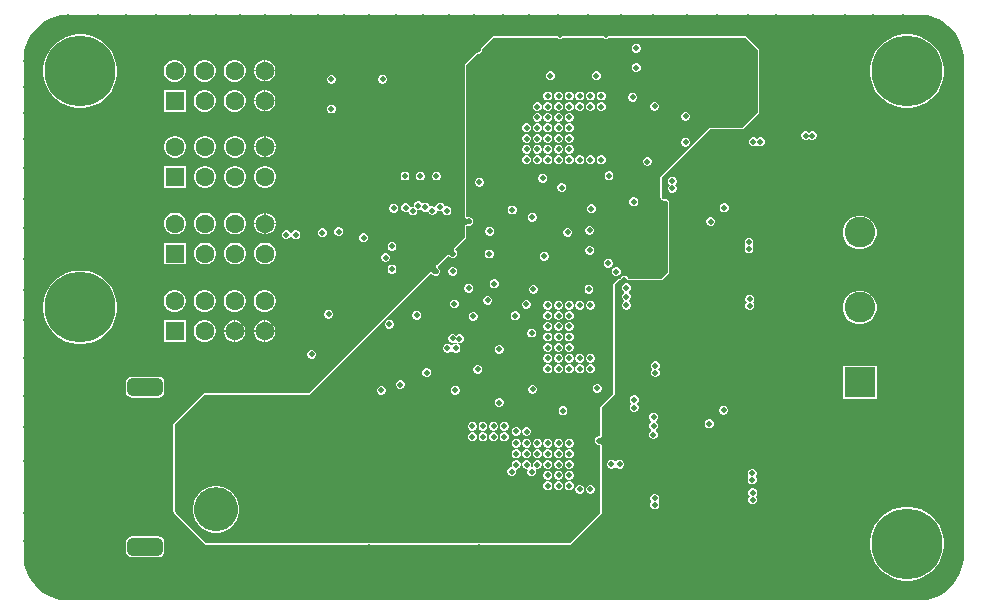
<source format=gbr>
G04*
G04 #@! TF.GenerationSoftware,Altium Limited,Altium Designer,24.10.1 (45)*
G04*
G04 Layer_Physical_Order=3*
G04 Layer_Color=7250688*
%FSLAX25Y25*%
%MOIN*%
G70*
G04*
G04 #@! TF.SameCoordinates,CBAACD6F-12D9-4D4A-9EA7-E70620961981*
G04*
G04*
G04 #@! TF.FilePolarity,Positive*
G04*
G01*
G75*
%ADD57C,0.23622*%
%ADD58C,0.06299*%
%ADD59R,0.06299X0.06299*%
%ADD60R,0.10236X0.10236*%
%ADD61C,0.10236*%
%ADD62C,0.14567*%
G04:AMPARAMS|DCode=63|XSize=59.06mil|YSize=118.11mil|CornerRadius=14.76mil|HoleSize=0mil|Usage=FLASHONLY|Rotation=90.000|XOffset=0mil|YOffset=0mil|HoleType=Round|Shape=RoundedRectangle|*
%AMROUNDEDRECTD63*
21,1,0.05906,0.08858,0,0,90.0*
21,1,0.02953,0.11811,0,0,90.0*
1,1,0.02953,0.04429,0.01476*
1,1,0.02953,0.04429,-0.01476*
1,1,0.02953,-0.04429,-0.01476*
1,1,0.02953,-0.04429,0.01476*
%
%ADD63ROUNDEDRECTD63*%
%ADD64C,0.01968*%
G36*
X299213Y196048D02*
X300192D01*
X302134Y195792D01*
X304027Y195285D01*
X305837Y194535D01*
X307534Y193555D01*
X309088Y192363D01*
X310473Y190978D01*
X311666Y189423D01*
X312645Y187727D01*
X313395Y185917D01*
X313902Y184024D01*
X314158Y182082D01*
X314158Y181102D01*
X314158Y15748D01*
Y14769D01*
X313902Y12826D01*
X313395Y10934D01*
X312645Y9124D01*
X311666Y7427D01*
X310473Y5873D01*
X309088Y4487D01*
X307534Y3295D01*
X305837Y2315D01*
X304027Y1566D01*
X302134Y1058D01*
X300192Y803D01*
X14769D01*
X12826Y1058D01*
X10934Y1566D01*
X9124Y2315D01*
X7427Y3295D01*
X5873Y4487D01*
X4487Y5873D01*
X3295Y7427D01*
X2315Y9124D01*
X1566Y10934D01*
X1058Y12826D01*
X803Y14769D01*
Y15748D01*
X803Y181102D01*
Y182082D01*
X1058Y184024D01*
X1566Y185917D01*
X2315Y187727D01*
X3295Y189423D01*
X4487Y190978D01*
X5873Y192363D01*
X7427Y193555D01*
X9124Y194535D01*
X10934Y195285D01*
X12826Y195792D01*
X14769Y196048D01*
X15748Y196048D01*
X299213Y196048D01*
D02*
G37*
%LPC*%
G36*
X241339Y188927D02*
X241339Y188927D01*
X195997D01*
X195614Y188768D01*
X195416Y188571D01*
X195070Y188427D01*
X194694D01*
X194348Y188571D01*
X194150Y188768D01*
X193767Y188927D01*
X193767Y188927D01*
X180642D01*
X180260Y188768D01*
X180062Y188571D01*
X179715Y188427D01*
X179340D01*
X178993Y188571D01*
X178796Y188768D01*
X178413Y188927D01*
X178413Y188927D01*
X157677D01*
X157677Y188927D01*
X157294Y188768D01*
X153365Y184839D01*
X153207Y184457D01*
X153207Y184457D01*
Y184261D01*
X153063Y183915D01*
X152798Y183649D01*
X152451Y183506D01*
X152256D01*
X151873Y183347D01*
X151873Y183347D01*
X148043Y179517D01*
X147884Y179134D01*
X147884Y179134D01*
Y128741D01*
X147905Y128690D01*
X147894Y128636D01*
X147982Y128505D01*
X148043Y128359D01*
X148094Y128338D01*
X148125Y128291D01*
X148457Y128069D01*
X148512Y128058D01*
X148551Y128019D01*
X148708D01*
X148863Y127988D01*
X148909Y128019D01*
X148965D01*
X149009Y128037D01*
X149384D01*
X149731Y127894D01*
X149996Y127629D01*
X150140Y127282D01*
Y126907D01*
X149996Y126560D01*
X149731Y126295D01*
X149384Y126151D01*
X149009D01*
X148965Y126170D01*
X148909D01*
X148863Y126200D01*
X148708Y126170D01*
X148551D01*
X148512Y126130D01*
X148457Y126120D01*
X148125Y125897D01*
X148094Y125851D01*
X148043Y125830D01*
X147982Y125684D01*
X147894Y125553D01*
X147905Y125499D01*
X147884Y125447D01*
Y121878D01*
X144294Y118288D01*
X144273Y118237D01*
X144227Y118206D01*
X144196Y118051D01*
X144136Y117905D01*
X144157Y117854D01*
X144146Y117800D01*
X144208Y117491D01*
X144295Y117360D01*
X144356Y117214D01*
X144697Y116873D01*
X144841Y116526D01*
Y116151D01*
X144697Y115804D01*
X144432Y115539D01*
X144085Y115395D01*
X143710D01*
X143363Y115539D01*
X143022Y115881D01*
X142876Y115941D01*
X142745Y116029D01*
X142436Y116090D01*
X142382Y116079D01*
X142331Y116100D01*
X142185Y116040D01*
X142030Y116009D01*
X141999Y115963D01*
X141948Y115942D01*
X138501Y112495D01*
X138480Y112443D01*
X138434Y112413D01*
X138403Y112258D01*
X138342Y112112D01*
X138364Y112061D01*
X138353Y112006D01*
X138431Y111614D01*
X138462Y111568D01*
Y111512D01*
X138573Y111401D01*
X138661Y111270D01*
X138692Y111263D01*
X138988Y110967D01*
X139132Y110621D01*
Y110246D01*
X138988Y109899D01*
X138723Y109634D01*
X138377Y109490D01*
X138001D01*
X137655Y109634D01*
X137359Y109930D01*
X137352Y109961D01*
X137221Y110049D01*
X137110Y110161D01*
X137054D01*
X137008Y110191D01*
X136616Y110269D01*
X136561Y110258D01*
X136510Y110280D01*
X136364Y110219D01*
X136209Y110188D01*
X136179Y110142D01*
X136127Y110121D01*
X106901Y80895D01*
X106901Y80895D01*
X95832Y69826D01*
X61017D01*
X60634Y69667D01*
X60634Y69667D01*
X50798Y59832D01*
X50640Y59449D01*
X50640Y59449D01*
Y30610D01*
X50798Y30227D01*
X50915Y30110D01*
X51100Y29664D01*
X51124Y29640D01*
X51217Y29415D01*
X51217Y29415D01*
X61133Y19499D01*
X61516Y19341D01*
X61516Y19341D01*
X115194Y19341D01*
X115293Y19382D01*
X115401D01*
X115676Y19496D01*
X116051D01*
X116326Y19382D01*
X116434D01*
X116533Y19341D01*
X117126D01*
X151808Y19341D01*
X151907Y19382D01*
X152015D01*
X152290Y19496D01*
X152665D01*
X152940Y19382D01*
X153048D01*
X153147Y19341D01*
X182874Y19341D01*
X182874Y19341D01*
X183257Y19499D01*
X193394Y29637D01*
X193553Y30020D01*
X193553Y30020D01*
Y52490D01*
X193532Y52541D01*
X193543Y52596D01*
X193455Y52727D01*
X193394Y52873D01*
X193359Y52887D01*
X193354Y52900D01*
X193334Y52908D01*
X193313Y52940D01*
X193272Y52967D01*
X193117Y52998D01*
X192972Y53058D01*
X192489D01*
X192142Y53202D01*
X191877Y53467D01*
X191733Y53814D01*
Y54189D01*
X191877Y54536D01*
X192142Y54801D01*
X192489Y54944D01*
X192972D01*
X193117Y55005D01*
X193272Y55036D01*
X193313Y55063D01*
X193334Y55094D01*
X193354Y55103D01*
X193359Y55115D01*
X193394Y55130D01*
X193455Y55276D01*
X193543Y55407D01*
X193532Y55461D01*
X193553Y55512D01*
Y65118D01*
X197612Y68888D01*
X197617Y68897D01*
X197627Y68902D01*
X197703Y69085D01*
X197785Y69264D01*
X197781Y69274D01*
X197785Y69284D01*
Y105878D01*
X199338Y107431D01*
X199680D01*
X199779Y107472D01*
X199887D01*
X199963Y107549D01*
X200063Y107590D01*
X200104Y107689D01*
X200180Y107765D01*
X200283Y108015D01*
X200549Y108280D01*
X200895Y108423D01*
X201270D01*
X201617Y108280D01*
X201882Y108015D01*
X201985Y107765D01*
X202062Y107689D01*
X202103Y107590D01*
X202202Y107549D01*
X202278Y107472D01*
X202386D01*
X202485Y107431D01*
X206791D01*
X213386Y107431D01*
X213769Y107590D01*
X213769Y107590D01*
X215934Y109755D01*
X216092Y110137D01*
X216092Y110138D01*
Y133465D01*
X215934Y133847D01*
X215934Y133847D01*
X215320Y134461D01*
X215221Y134502D01*
X215144Y134578D01*
X215037D01*
X214937Y134620D01*
X214862Y134588D01*
X214379D01*
X214033Y134732D01*
X213768Y134997D01*
X213624Y135344D01*
Y135827D01*
X213655Y135902D01*
X213614Y136001D01*
Y136109D01*
X213538Y136185D01*
X213533Y136196D01*
Y141705D01*
X229653Y157825D01*
X240453D01*
X240836Y157983D01*
X245953Y163101D01*
X245953Y163101D01*
X246112Y163484D01*
X246112Y163484D01*
X246112Y184153D01*
X246112Y184153D01*
X245954Y184536D01*
X245953Y184536D01*
X241721Y188768D01*
X241721Y188768D01*
X241530Y188848D01*
X241339Y188927D01*
D02*
G37*
G36*
X81648Y180872D02*
X81381D01*
Y177523D01*
X84731D01*
Y177790D01*
X84489Y178693D01*
X84022Y179502D01*
X83361Y180163D01*
X82551Y180631D01*
X81648Y180872D01*
D02*
G37*
G36*
X80981D02*
X80714D01*
X79811Y180631D01*
X79002Y180163D01*
X78341Y179502D01*
X77873Y178693D01*
X77631Y177790D01*
Y177523D01*
X80981D01*
Y180872D01*
D02*
G37*
G36*
X84731Y177123D02*
X81381D01*
Y173773D01*
X81648D01*
X82551Y174015D01*
X83361Y174482D01*
X84022Y175143D01*
X84489Y175953D01*
X84731Y176856D01*
Y177123D01*
D02*
G37*
G36*
X80981D02*
X77631D01*
Y176856D01*
X77873Y175953D01*
X78341Y175143D01*
X79002Y174482D01*
X79811Y174015D01*
X80714Y173773D01*
X80981D01*
Y177123D01*
D02*
G37*
G36*
X71662Y180972D02*
X70701D01*
X69772Y180724D01*
X68940Y180243D01*
X68261Y179564D01*
X67780Y178732D01*
X67532Y177803D01*
Y176842D01*
X67780Y175914D01*
X68261Y175082D01*
X68940Y174402D01*
X69772Y173922D01*
X70701Y173673D01*
X71662D01*
X72590Y173922D01*
X73422Y174402D01*
X74102Y175082D01*
X74582Y175914D01*
X74831Y176842D01*
Y177803D01*
X74582Y178732D01*
X74102Y179564D01*
X73422Y180243D01*
X72590Y180724D01*
X71662Y180972D01*
D02*
G37*
G36*
X61662D02*
X60701D01*
X59772Y180724D01*
X58940Y180243D01*
X58261Y179564D01*
X57780Y178732D01*
X57531Y177803D01*
Y176842D01*
X57780Y175914D01*
X58261Y175082D01*
X58940Y174402D01*
X59772Y173922D01*
X60701Y173673D01*
X61662D01*
X62590Y173922D01*
X63422Y174402D01*
X64101Y175082D01*
X64582Y175914D01*
X64831Y176842D01*
Y177803D01*
X64582Y178732D01*
X64101Y179564D01*
X63422Y180243D01*
X62590Y180724D01*
X61662Y180972D01*
D02*
G37*
G36*
X51662D02*
X50701D01*
X49772Y180724D01*
X48940Y180243D01*
X48261Y179564D01*
X47780Y178732D01*
X47532Y177803D01*
Y176842D01*
X47780Y175914D01*
X48261Y175082D01*
X48940Y174402D01*
X49772Y173922D01*
X50701Y173673D01*
X51662D01*
X52590Y173922D01*
X53422Y174402D01*
X54102Y175082D01*
X54582Y175914D01*
X54831Y176842D01*
Y177803D01*
X54582Y178732D01*
X54102Y179564D01*
X53422Y180243D01*
X52590Y180724D01*
X51662Y180972D01*
D02*
G37*
G36*
X120768Y175992D02*
X120177D01*
X119632Y175766D01*
X119214Y175349D01*
X118988Y174803D01*
Y174213D01*
X119214Y173667D01*
X119632Y173250D01*
X120177Y173024D01*
X120768D01*
X121313Y173250D01*
X121731Y173667D01*
X121957Y174213D01*
Y174803D01*
X121731Y175349D01*
X121313Y175766D01*
X120768Y175992D01*
D02*
G37*
G36*
X103740Y175894D02*
X103150D01*
X102604Y175668D01*
X102187Y175250D01*
X101961Y174705D01*
Y174114D01*
X102187Y173569D01*
X102604Y173151D01*
X103150Y172925D01*
X103740D01*
X104286Y173151D01*
X104703Y173569D01*
X104929Y174114D01*
Y174705D01*
X104703Y175250D01*
X104286Y175668D01*
X103740Y175894D01*
D02*
G37*
G36*
X81648Y170872D02*
X81381D01*
Y167523D01*
X84731D01*
Y167790D01*
X84489Y168693D01*
X84022Y169502D01*
X83361Y170163D01*
X82551Y170631D01*
X81648Y170872D01*
D02*
G37*
G36*
X80981D02*
X80714D01*
X79811Y170631D01*
X79002Y170163D01*
X78341Y169502D01*
X77873Y168693D01*
X77631Y167790D01*
Y167523D01*
X80981D01*
Y170872D01*
D02*
G37*
G36*
X296245Y189476D02*
X294307D01*
X292393Y189173D01*
X290550Y188574D01*
X288823Y187695D01*
X287256Y186556D01*
X285885Y185185D01*
X284746Y183618D01*
X283867Y181891D01*
X283268Y180048D01*
X282965Y178134D01*
Y176197D01*
X283268Y174283D01*
X283867Y172440D01*
X284746Y170713D01*
X285885Y169145D01*
X287256Y167775D01*
X288823Y166636D01*
X290550Y165756D01*
X292393Y165157D01*
X294307Y164854D01*
X296245D01*
X298158Y165157D01*
X300001Y165756D01*
X301728Y166636D01*
X303296Y167775D01*
X304666Y169145D01*
X305805Y170713D01*
X306685Y172440D01*
X307283Y174283D01*
X307587Y176197D01*
Y178134D01*
X307283Y180048D01*
X306685Y181891D01*
X305805Y183618D01*
X304666Y185185D01*
X303296Y186556D01*
X301728Y187695D01*
X300001Y188574D01*
X298158Y189173D01*
X296245Y189476D01*
D02*
G37*
G36*
X20654D02*
X18716D01*
X16802Y189173D01*
X14959Y188574D01*
X13233Y187695D01*
X11665Y186556D01*
X10295Y185185D01*
X9156Y183618D01*
X8276Y181891D01*
X7677Y180048D01*
X7374Y178134D01*
Y176197D01*
X7677Y174283D01*
X8276Y172440D01*
X9156Y170713D01*
X10295Y169145D01*
X11665Y167775D01*
X13233Y166636D01*
X14959Y165756D01*
X16802Y165157D01*
X18716Y164854D01*
X20654D01*
X22568Y165157D01*
X24411Y165756D01*
X26137Y166636D01*
X27705Y167775D01*
X29075Y169145D01*
X30214Y170713D01*
X31094Y172440D01*
X31693Y174283D01*
X31996Y176197D01*
Y178134D01*
X31693Y180048D01*
X31094Y181891D01*
X30214Y183618D01*
X29075Y185185D01*
X27705Y186556D01*
X26137Y187695D01*
X24411Y188574D01*
X22568Y189173D01*
X20654Y189476D01*
D02*
G37*
G36*
X84731Y167123D02*
X81381D01*
Y163773D01*
X81648D01*
X82551Y164015D01*
X83361Y164482D01*
X84022Y165143D01*
X84489Y165953D01*
X84731Y166856D01*
Y167123D01*
D02*
G37*
G36*
X80981D02*
X77631D01*
Y166856D01*
X77873Y165953D01*
X78341Y165143D01*
X79002Y164482D01*
X79811Y164015D01*
X80714Y163773D01*
X80981D01*
Y167123D01*
D02*
G37*
G36*
X71662Y170972D02*
X70701D01*
X69772Y170724D01*
X68940Y170243D01*
X68261Y169564D01*
X67780Y168731D01*
X67532Y167803D01*
Y166842D01*
X67780Y165914D01*
X68261Y165082D01*
X68940Y164402D01*
X69772Y163922D01*
X70701Y163673D01*
X71662D01*
X72590Y163922D01*
X73422Y164402D01*
X74102Y165082D01*
X74582Y165914D01*
X74831Y166842D01*
Y167803D01*
X74582Y168731D01*
X74102Y169564D01*
X73422Y170243D01*
X72590Y170724D01*
X71662Y170972D01*
D02*
G37*
G36*
X61662D02*
X60701D01*
X59772Y170724D01*
X58940Y170243D01*
X58261Y169564D01*
X57780Y168731D01*
X57531Y167803D01*
Y166842D01*
X57780Y165914D01*
X58261Y165082D01*
X58940Y164402D01*
X59772Y163922D01*
X60701Y163673D01*
X61662D01*
X62590Y163922D01*
X63422Y164402D01*
X64101Y165082D01*
X64582Y165914D01*
X64831Y166842D01*
Y167803D01*
X64582Y168731D01*
X64101Y169564D01*
X63422Y170243D01*
X62590Y170724D01*
X61662Y170972D01*
D02*
G37*
G36*
X54831D02*
X47532D01*
Y163673D01*
X54831D01*
Y170972D01*
D02*
G37*
G36*
X103740Y166051D02*
X103150D01*
X102604Y165825D01*
X102187Y165408D01*
X101961Y164862D01*
Y164272D01*
X102187Y163726D01*
X102604Y163309D01*
X103150Y163083D01*
X103740D01*
X104286Y163309D01*
X104703Y163726D01*
X104929Y164272D01*
Y164862D01*
X104703Y165408D01*
X104286Y165825D01*
X103740Y166051D01*
D02*
G37*
G36*
X263976Y157193D02*
X263386D01*
X262840Y156967D01*
X262598Y156725D01*
X262356Y156967D01*
X261811Y157193D01*
X261221D01*
X260675Y156967D01*
X260258Y156549D01*
X260032Y156004D01*
Y155413D01*
X260258Y154868D01*
X260675Y154450D01*
X261221Y154224D01*
X261811D01*
X262356Y154450D01*
X262598Y154692D01*
X262840Y154450D01*
X263386Y154224D01*
X263976D01*
X264522Y154450D01*
X264939Y154868D01*
X265165Y155413D01*
Y156004D01*
X264939Y156549D01*
X264522Y156967D01*
X263976Y157193D01*
D02*
G37*
G36*
X246654Y155126D02*
X246063D01*
X245517Y154900D01*
X245226Y154609D01*
X244935Y154900D01*
X244390Y155126D01*
X243799D01*
X243254Y154900D01*
X242836Y154482D01*
X242610Y153937D01*
Y153347D01*
X242836Y152801D01*
X243254Y152383D01*
X243799Y152157D01*
X244390D01*
X244935Y152383D01*
X245226Y152675D01*
X245517Y152383D01*
X246063Y152157D01*
X246654D01*
X247199Y152383D01*
X247617Y152801D01*
X247843Y153347D01*
Y153937D01*
X247617Y154482D01*
X247199Y154900D01*
X246654Y155126D01*
D02*
G37*
G36*
X81749Y155541D02*
X81482D01*
Y152191D01*
X84832D01*
Y152458D01*
X84590Y153361D01*
X84123Y154170D01*
X83462Y154831D01*
X82652Y155299D01*
X81749Y155541D01*
D02*
G37*
G36*
X81082D02*
X80815D01*
X79912Y155299D01*
X79103Y154831D01*
X78442Y154170D01*
X77974Y153361D01*
X77733Y152458D01*
Y152191D01*
X81082D01*
Y155541D01*
D02*
G37*
G36*
X84832Y151791D02*
X81482D01*
Y148441D01*
X81749D01*
X82652Y148683D01*
X83462Y149151D01*
X84123Y149811D01*
X84590Y150621D01*
X84832Y151524D01*
Y151791D01*
D02*
G37*
G36*
X81082D02*
X77733D01*
Y151524D01*
X77974Y150621D01*
X78442Y149811D01*
X79103Y149151D01*
X79912Y148683D01*
X80815Y148441D01*
X81082D01*
Y151791D01*
D02*
G37*
G36*
X71763Y155640D02*
X70802D01*
X69873Y155392D01*
X69041Y154911D01*
X68362Y154232D01*
X67881Y153400D01*
X67633Y152471D01*
Y151510D01*
X67881Y150582D01*
X68362Y149750D01*
X69041Y149071D01*
X69873Y148590D01*
X70802Y148341D01*
X71763D01*
X72691Y148590D01*
X73523Y149071D01*
X74203Y149750D01*
X74683Y150582D01*
X74932Y151510D01*
Y152471D01*
X74683Y153400D01*
X74203Y154232D01*
X73523Y154911D01*
X72691Y155392D01*
X71763Y155640D01*
D02*
G37*
G36*
X61763D02*
X60802D01*
X59873Y155392D01*
X59041Y154911D01*
X58362Y154232D01*
X57881Y153400D01*
X57633Y152471D01*
Y151510D01*
X57881Y150582D01*
X58362Y149750D01*
X59041Y149071D01*
X59873Y148590D01*
X60802Y148341D01*
X61763D01*
X62691Y148590D01*
X63523Y149071D01*
X64203Y149750D01*
X64683Y150582D01*
X64932Y151510D01*
Y152471D01*
X64683Y153400D01*
X64203Y154232D01*
X63523Y154911D01*
X62691Y155392D01*
X61763Y155640D01*
D02*
G37*
G36*
X51763D02*
X50802D01*
X49874Y155392D01*
X49041Y154911D01*
X48362Y154232D01*
X47881Y153400D01*
X47633Y152471D01*
Y151510D01*
X47881Y150582D01*
X48362Y149750D01*
X49041Y149071D01*
X49874Y148590D01*
X50802Y148341D01*
X51763D01*
X52691Y148590D01*
X53523Y149071D01*
X54203Y149750D01*
X54683Y150582D01*
X54932Y151510D01*
Y152471D01*
X54683Y153400D01*
X54203Y154232D01*
X53523Y154911D01*
X52691Y155392D01*
X51763Y155640D01*
D02*
G37*
G36*
X138681Y143709D02*
X138091D01*
X137545Y143483D01*
X137127Y143065D01*
X136902Y142520D01*
Y141929D01*
X137127Y141384D01*
X137545Y140966D01*
X138091Y140740D01*
X138681D01*
X139227Y140966D01*
X139644Y141384D01*
X139870Y141929D01*
Y142520D01*
X139644Y143065D01*
X139227Y143483D01*
X138681Y143709D01*
D02*
G37*
G36*
X133268D02*
X132677D01*
X132132Y143483D01*
X131714Y143065D01*
X131488Y142520D01*
Y141929D01*
X131714Y141384D01*
X132132Y140966D01*
X132677Y140740D01*
X133268D01*
X133813Y140966D01*
X134231Y141384D01*
X134457Y141929D01*
Y142520D01*
X134231Y143065D01*
X133813Y143483D01*
X133268Y143709D01*
D02*
G37*
G36*
X128248D02*
X127657D01*
X127112Y143483D01*
X126695Y143065D01*
X126469Y142520D01*
Y141929D01*
X126695Y141384D01*
X127112Y140966D01*
X127657Y140740D01*
X128248D01*
X128794Y140966D01*
X129211Y141384D01*
X129437Y141929D01*
Y142520D01*
X129211Y143065D01*
X128794Y143483D01*
X128248Y143709D01*
D02*
G37*
G36*
X81763Y145641D02*
X80802D01*
X79874Y145392D01*
X79041Y144911D01*
X78362Y144232D01*
X77881Y143400D01*
X77633Y142471D01*
Y141510D01*
X77881Y140582D01*
X78362Y139750D01*
X79041Y139070D01*
X79874Y138590D01*
X80802Y138341D01*
X81763D01*
X82691Y138590D01*
X83523Y139070D01*
X84203Y139750D01*
X84683Y140582D01*
X84932Y141510D01*
Y142471D01*
X84683Y143400D01*
X84203Y144232D01*
X83523Y144911D01*
X82691Y145392D01*
X81763Y145641D01*
D02*
G37*
G36*
X71763D02*
X70802D01*
X69873Y145392D01*
X69041Y144911D01*
X68362Y144232D01*
X67881Y143400D01*
X67633Y142471D01*
Y141510D01*
X67881Y140582D01*
X68362Y139750D01*
X69041Y139070D01*
X69873Y138590D01*
X70802Y138341D01*
X71763D01*
X72691Y138590D01*
X73523Y139070D01*
X74203Y139750D01*
X74683Y140582D01*
X74932Y141510D01*
Y142471D01*
X74683Y143400D01*
X74203Y144232D01*
X73523Y144911D01*
X72691Y145392D01*
X71763Y145641D01*
D02*
G37*
G36*
X61763D02*
X60802D01*
X59873Y145392D01*
X59041Y144911D01*
X58362Y144232D01*
X57881Y143400D01*
X57633Y142471D01*
Y141510D01*
X57881Y140582D01*
X58362Y139750D01*
X59041Y139070D01*
X59873Y138590D01*
X60802Y138341D01*
X61763D01*
X62691Y138590D01*
X63523Y139070D01*
X64203Y139750D01*
X64683Y140582D01*
X64932Y141510D01*
Y142471D01*
X64683Y143400D01*
X64203Y144232D01*
X63523Y144911D01*
X62691Y145392D01*
X61763Y145641D01*
D02*
G37*
G36*
X54932D02*
X47633D01*
Y138341D01*
X54932D01*
Y145641D01*
D02*
G37*
G36*
X217323Y142035D02*
X216732D01*
X216187Y141809D01*
X215769Y141392D01*
X215543Y140846D01*
Y140256D01*
X215769Y139710D01*
X216180Y139299D01*
X215804Y138923D01*
X215579Y138378D01*
Y137787D01*
X215804Y137242D01*
X216222Y136824D01*
X216768Y136598D01*
X217358D01*
X217903Y136824D01*
X218321Y137242D01*
X218547Y137787D01*
Y138378D01*
X218321Y138923D01*
X217910Y139334D01*
X218286Y139710D01*
X218512Y140256D01*
Y140846D01*
X218286Y141392D01*
X217868Y141809D01*
X217323Y142035D01*
D02*
G37*
G36*
X132606Y133786D02*
X132016D01*
X131470Y133560D01*
X131053Y133142D01*
X130827Y132597D01*
Y132068D01*
X130243D01*
X130034Y131982D01*
X129636Y131988D01*
X129553Y132183D01*
X129408Y132534D01*
X128990Y132951D01*
X128445Y133177D01*
X127854D01*
X127309Y132951D01*
X126891Y132534D01*
X126665Y131988D01*
Y131398D01*
X126891Y130852D01*
X127309Y130435D01*
X127854Y130209D01*
X128445D01*
X128654Y130295D01*
X129052Y130289D01*
X129134Y130094D01*
X129280Y129743D01*
X129697Y129326D01*
X130243Y129100D01*
X130833D01*
X131379Y129326D01*
X131796Y129743D01*
X132022Y130289D01*
Y130817D01*
X132606D01*
X133152Y131043D01*
X133162Y131054D01*
X133476Y130991D01*
X133894Y130574D01*
X134439Y130348D01*
X135030D01*
X135222Y130428D01*
X135622Y130413D01*
X135848Y129868D01*
X136266Y129450D01*
X136811Y129224D01*
X137401D01*
X137947Y129450D01*
X138365Y129868D01*
X138560Y130341D01*
X138645Y130434D01*
X138991Y130563D01*
X139370Y130405D01*
X139961D01*
X140172Y130493D01*
X140457Y130303D01*
X140683Y129758D01*
X141100Y129340D01*
X141646Y129114D01*
X142236D01*
X142782Y129340D01*
X143199Y129758D01*
X143425Y130303D01*
Y130894D01*
X143199Y131439D01*
X142782Y131857D01*
X142236Y132083D01*
X141646D01*
X141434Y131995D01*
X141150Y132185D01*
X140924Y132730D01*
X140506Y133148D01*
X139961Y133374D01*
X139370D01*
X138825Y133148D01*
X138407Y132730D01*
X138211Y132258D01*
X138127Y132165D01*
X137781Y132036D01*
X137401Y132193D01*
X136811D01*
X136619Y132113D01*
X136219Y132127D01*
X135993Y132673D01*
X135575Y133090D01*
X135030Y133316D01*
X134439D01*
X133894Y133090D01*
X133883Y133080D01*
X133569Y133142D01*
X133152Y133560D01*
X132606Y133786D01*
D02*
G37*
G36*
X234646Y133079D02*
X234055D01*
X233510Y132853D01*
X233092Y132435D01*
X232866Y131890D01*
Y131299D01*
X233092Y130754D01*
X233510Y130336D01*
X234055Y130110D01*
X234646D01*
X235191Y130336D01*
X235609Y130754D01*
X235835Y131299D01*
Y131890D01*
X235609Y132435D01*
X235191Y132853D01*
X234646Y133079D01*
D02*
G37*
G36*
X124508Y132980D02*
X123917D01*
X123372Y132754D01*
X122954Y132337D01*
X122728Y131791D01*
Y131201D01*
X122954Y130655D01*
X123372Y130238D01*
X123917Y130012D01*
X124508D01*
X125053Y130238D01*
X125471Y130655D01*
X125697Y131201D01*
Y131791D01*
X125471Y132337D01*
X125053Y132754D01*
X124508Y132980D01*
D02*
G37*
G36*
X81749Y129950D02*
X81482D01*
Y126600D01*
X84832D01*
Y126868D01*
X84590Y127770D01*
X84123Y128580D01*
X83462Y129241D01*
X82652Y129708D01*
X81749Y129950D01*
D02*
G37*
G36*
X81082D02*
X80815D01*
X79912Y129708D01*
X79103Y129241D01*
X78442Y128580D01*
X77974Y127770D01*
X77733Y126868D01*
Y126600D01*
X81082D01*
Y129950D01*
D02*
G37*
G36*
X230118Y128551D02*
X229528D01*
X228982Y128325D01*
X228565Y127908D01*
X228339Y127362D01*
Y126772D01*
X228565Y126226D01*
X228982Y125809D01*
X229528Y125583D01*
X230118D01*
X230664Y125809D01*
X231081Y126226D01*
X231307Y126772D01*
Y127362D01*
X231081Y127908D01*
X230664Y128325D01*
X230118Y128551D01*
D02*
G37*
G36*
X84832Y126200D02*
X81482D01*
Y122851D01*
X81749D01*
X82652Y123093D01*
X83462Y123560D01*
X84123Y124221D01*
X84590Y125030D01*
X84832Y125933D01*
Y126200D01*
D02*
G37*
G36*
X81082D02*
X77733D01*
Y125933D01*
X77974Y125030D01*
X78442Y124221D01*
X79103Y123560D01*
X79912Y123093D01*
X80815Y122851D01*
X81082D01*
Y126200D01*
D02*
G37*
G36*
X71763Y130050D02*
X70802D01*
X69873Y129801D01*
X69041Y129321D01*
X68362Y128641D01*
X67881Y127809D01*
X67633Y126881D01*
Y125920D01*
X67881Y124992D01*
X68362Y124159D01*
X69041Y123480D01*
X69873Y123000D01*
X70802Y122751D01*
X71763D01*
X72691Y123000D01*
X73523Y123480D01*
X74203Y124159D01*
X74683Y124992D01*
X74932Y125920D01*
Y126881D01*
X74683Y127809D01*
X74203Y128641D01*
X73523Y129321D01*
X72691Y129801D01*
X71763Y130050D01*
D02*
G37*
G36*
X61763D02*
X60802D01*
X59873Y129801D01*
X59041Y129321D01*
X58362Y128641D01*
X57881Y127809D01*
X57633Y126881D01*
Y125920D01*
X57881Y124992D01*
X58362Y124159D01*
X59041Y123480D01*
X59873Y123000D01*
X60802Y122751D01*
X61763D01*
X62691Y123000D01*
X63523Y123480D01*
X64203Y124159D01*
X64683Y124992D01*
X64932Y125920D01*
Y126881D01*
X64683Y127809D01*
X64203Y128641D01*
X63523Y129321D01*
X62691Y129801D01*
X61763Y130050D01*
D02*
G37*
G36*
X51763D02*
X50802D01*
X49874Y129801D01*
X49041Y129321D01*
X48362Y128641D01*
X47881Y127809D01*
X47633Y126881D01*
Y125920D01*
X47881Y124992D01*
X48362Y124159D01*
X49041Y123480D01*
X49874Y123000D01*
X50802Y122751D01*
X51763D01*
X52691Y123000D01*
X53523Y123480D01*
X54203Y124159D01*
X54683Y124992D01*
X54932Y125920D01*
Y126881D01*
X54683Y127809D01*
X54203Y128641D01*
X53523Y129321D01*
X52691Y129801D01*
X51763Y130050D01*
D02*
G37*
G36*
X106201Y125157D02*
X105610D01*
X105065Y124931D01*
X104647Y124513D01*
X104421Y123968D01*
Y123377D01*
X104647Y122832D01*
X105065Y122414D01*
X105610Y122188D01*
X106201D01*
X106746Y122414D01*
X107164Y122832D01*
X107390Y123377D01*
Y123968D01*
X107164Y124513D01*
X106746Y124931D01*
X106201Y125157D01*
D02*
G37*
G36*
X100689Y124811D02*
X100099D01*
X99553Y124585D01*
X99135Y124168D01*
X98909Y123622D01*
Y123031D01*
X99135Y122486D01*
X99553Y122069D01*
X100099Y121843D01*
X100689D01*
X101234Y122069D01*
X101652Y122486D01*
X101878Y123031D01*
Y123622D01*
X101652Y124168D01*
X101234Y124585D01*
X100689Y124811D01*
D02*
G37*
G36*
X88681Y124182D02*
X88091D01*
X87545Y123956D01*
X87128Y123538D01*
X86902Y122993D01*
Y122403D01*
X87128Y121857D01*
X87545Y121440D01*
X88091Y121213D01*
X88681D01*
X89227Y121440D01*
X89644Y121857D01*
X89732Y122069D01*
X90165D01*
X90277Y121797D01*
X90695Y121379D01*
X91240Y121153D01*
X91831D01*
X92376Y121379D01*
X92794Y121797D01*
X93020Y122343D01*
Y122933D01*
X92794Y123479D01*
X92376Y123896D01*
X91831Y124122D01*
X91240D01*
X90695Y123896D01*
X90277Y123479D01*
X90189Y123267D01*
X89757D01*
X89644Y123538D01*
X89227Y123956D01*
X88681Y124182D01*
D02*
G37*
G36*
X114469Y123138D02*
X113878D01*
X113332Y122912D01*
X112915Y122494D01*
X112689Y121949D01*
Y121358D01*
X112915Y120813D01*
X113332Y120395D01*
X113878Y120169D01*
X114469D01*
X115014Y120395D01*
X115431Y120813D01*
X115657Y121358D01*
Y121949D01*
X115431Y122494D01*
X115014Y122912D01*
X114469Y123138D01*
D02*
G37*
G36*
X280267Y129043D02*
X278788D01*
X277359Y128660D01*
X276078Y127921D01*
X275032Y126875D01*
X274292Y125594D01*
X273909Y124165D01*
Y122686D01*
X274292Y121257D01*
X275032Y119976D01*
X276078Y118930D01*
X277359Y118190D01*
X278788Y117807D01*
X280267D01*
X281696Y118190D01*
X282977Y118930D01*
X284023Y119976D01*
X284763Y121257D01*
X285146Y122686D01*
Y124165D01*
X284763Y125594D01*
X284023Y126875D01*
X282977Y127921D01*
X281696Y128660D01*
X280267Y129043D01*
D02*
G37*
G36*
X123917Y120244D02*
X123327D01*
X122781Y120018D01*
X122364Y119600D01*
X122138Y119055D01*
Y118465D01*
X122364Y117919D01*
X122781Y117501D01*
X123327Y117276D01*
X123917D01*
X124463Y117501D01*
X124880Y117919D01*
X125106Y118465D01*
Y119055D01*
X124880Y119600D01*
X124463Y120018D01*
X123917Y120244D01*
D02*
G37*
G36*
X242913Y121563D02*
X242323D01*
X241777Y121337D01*
X241360Y120920D01*
X241134Y120374D01*
Y119783D01*
X241360Y119238D01*
X241602Y118996D01*
X241360Y118754D01*
X241134Y118209D01*
Y117618D01*
X241360Y117073D01*
X241777Y116655D01*
X242323Y116429D01*
X242913D01*
X243459Y116655D01*
X243876Y117073D01*
X244102Y117618D01*
Y118209D01*
X243876Y118754D01*
X243635Y118996D01*
X243876Y119238D01*
X244102Y119783D01*
Y120374D01*
X243876Y120920D01*
X243459Y121337D01*
X242913Y121563D01*
D02*
G37*
G36*
X121756Y116547D02*
X121166D01*
X120620Y116321D01*
X120202Y115904D01*
X119976Y115358D01*
Y114768D01*
X120202Y114222D01*
X120620Y113805D01*
X121166Y113579D01*
X121756D01*
X122301Y113805D01*
X122719Y114222D01*
X122945Y114768D01*
Y115358D01*
X122719Y115904D01*
X122301Y116321D01*
X121756Y116547D01*
D02*
G37*
G36*
X81763Y120050D02*
X80802D01*
X79874Y119801D01*
X79041Y119321D01*
X78362Y118641D01*
X77881Y117809D01*
X77633Y116881D01*
Y115920D01*
X77881Y114992D01*
X78362Y114159D01*
X79041Y113480D01*
X79874Y112999D01*
X80802Y112751D01*
X81763D01*
X82691Y112999D01*
X83523Y113480D01*
X84203Y114159D01*
X84683Y114992D01*
X84932Y115920D01*
Y116881D01*
X84683Y117809D01*
X84203Y118641D01*
X83523Y119321D01*
X82691Y119801D01*
X81763Y120050D01*
D02*
G37*
G36*
X71763D02*
X70802D01*
X69873Y119801D01*
X69041Y119321D01*
X68362Y118641D01*
X67881Y117809D01*
X67633Y116881D01*
Y115920D01*
X67881Y114992D01*
X68362Y114159D01*
X69041Y113480D01*
X69873Y112999D01*
X70802Y112751D01*
X71763D01*
X72691Y112999D01*
X73523Y113480D01*
X74203Y114159D01*
X74683Y114992D01*
X74932Y115920D01*
Y116881D01*
X74683Y117809D01*
X74203Y118641D01*
X73523Y119321D01*
X72691Y119801D01*
X71763Y120050D01*
D02*
G37*
G36*
X61763D02*
X60802D01*
X59873Y119801D01*
X59041Y119321D01*
X58362Y118641D01*
X57881Y117809D01*
X57633Y116881D01*
Y115920D01*
X57881Y114992D01*
X58362Y114159D01*
X59041Y113480D01*
X59873Y112999D01*
X60802Y112751D01*
X61763D01*
X62691Y112999D01*
X63523Y113480D01*
X64203Y114159D01*
X64683Y114992D01*
X64932Y115920D01*
Y116881D01*
X64683Y117809D01*
X64203Y118641D01*
X63523Y119321D01*
X62691Y119801D01*
X61763Y120050D01*
D02*
G37*
G36*
X54932D02*
X47633D01*
Y112751D01*
X54932D01*
Y120050D01*
D02*
G37*
G36*
X123917Y112705D02*
X123327D01*
X122781Y112479D01*
X122364Y112061D01*
X122138Y111516D01*
Y110925D01*
X122364Y110380D01*
X122781Y109962D01*
X123327Y109736D01*
X123917D01*
X124463Y109962D01*
X124880Y110380D01*
X125106Y110925D01*
Y111516D01*
X124880Y112061D01*
X124463Y112479D01*
X123917Y112705D01*
D02*
G37*
G36*
X202067Y106405D02*
X201476D01*
X200931Y106179D01*
X200513Y105762D01*
X200287Y105217D01*
Y104626D01*
X200513Y104080D01*
X200864Y103730D01*
X200903Y103494D01*
X200864Y103258D01*
X200513Y102908D01*
X200287Y102362D01*
Y101772D01*
X200513Y101226D01*
X200864Y100876D01*
X200903Y100640D01*
X200864Y100404D01*
X200513Y100053D01*
X200287Y99508D01*
Y98917D01*
X200513Y98372D01*
X200931Y97954D01*
X201476Y97728D01*
X202067D01*
X202612Y97954D01*
X203030Y98372D01*
X203256Y98917D01*
Y99508D01*
X203030Y100053D01*
X202680Y100404D01*
X202641Y100640D01*
X202680Y100876D01*
X203030Y101226D01*
X203256Y101772D01*
Y102362D01*
X203030Y102908D01*
X202680Y103258D01*
X202641Y103494D01*
X202680Y103730D01*
X203030Y104080D01*
X203256Y104626D01*
Y105217D01*
X203030Y105762D01*
X202612Y106179D01*
X202067Y106405D01*
D02*
G37*
G36*
X243209Y102665D02*
X242618D01*
X242073Y102439D01*
X241655Y102022D01*
X241429Y101476D01*
Y100886D01*
X241655Y100340D01*
X241897Y100098D01*
X241655Y99857D01*
X241429Y99311D01*
Y98721D01*
X241655Y98175D01*
X242073Y97758D01*
X242618Y97531D01*
X243209D01*
X243754Y97758D01*
X244172Y98175D01*
X244398Y98721D01*
Y99311D01*
X244172Y99857D01*
X243930Y100098D01*
X244172Y100340D01*
X244398Y100886D01*
Y101476D01*
X244172Y102022D01*
X243754Y102439D01*
X243209Y102665D01*
D02*
G37*
G36*
X81662Y104201D02*
X80701D01*
X79772Y103952D01*
X78940Y103472D01*
X78261Y102792D01*
X77780Y101960D01*
X77531Y101032D01*
Y100071D01*
X77780Y99142D01*
X78261Y98310D01*
X78940Y97631D01*
X79772Y97150D01*
X80701Y96902D01*
X81662D01*
X82590Y97150D01*
X83422Y97631D01*
X84101Y98310D01*
X84582Y99142D01*
X84831Y100071D01*
Y101032D01*
X84582Y101960D01*
X84101Y102792D01*
X83422Y103472D01*
X82590Y103952D01*
X81662Y104201D01*
D02*
G37*
G36*
X71662D02*
X70701D01*
X69772Y103952D01*
X68940Y103472D01*
X68261Y102792D01*
X67780Y101960D01*
X67532Y101032D01*
Y100071D01*
X67780Y99142D01*
X68261Y98310D01*
X68940Y97631D01*
X69772Y97150D01*
X70701Y96902D01*
X71662D01*
X72590Y97150D01*
X73422Y97631D01*
X74102Y98310D01*
X74582Y99142D01*
X74831Y100071D01*
Y101032D01*
X74582Y101960D01*
X74102Y102792D01*
X73422Y103472D01*
X72590Y103952D01*
X71662Y104201D01*
D02*
G37*
G36*
X61662D02*
X60701D01*
X59772Y103952D01*
X58940Y103472D01*
X58261Y102792D01*
X57780Y101960D01*
X57531Y101032D01*
Y100071D01*
X57780Y99142D01*
X58261Y98310D01*
X58940Y97631D01*
X59772Y97150D01*
X60701Y96902D01*
X61662D01*
X62590Y97150D01*
X63422Y97631D01*
X64101Y98310D01*
X64582Y99142D01*
X64831Y100071D01*
Y101032D01*
X64582Y101960D01*
X64101Y102792D01*
X63422Y103472D01*
X62590Y103952D01*
X61662Y104201D01*
D02*
G37*
G36*
X51662D02*
X50701D01*
X49772Y103952D01*
X48940Y103472D01*
X48261Y102792D01*
X47780Y101960D01*
X47532Y101032D01*
Y100071D01*
X47780Y99142D01*
X48261Y98310D01*
X48940Y97631D01*
X49772Y97150D01*
X50701Y96902D01*
X51662D01*
X52590Y97150D01*
X53422Y97631D01*
X54102Y98310D01*
X54582Y99142D01*
X54831Y100071D01*
Y101032D01*
X54582Y101960D01*
X54102Y102792D01*
X53422Y103472D01*
X52590Y103952D01*
X51662Y104201D01*
D02*
G37*
G36*
X102756Y97646D02*
X102165D01*
X101620Y97420D01*
X101202Y97002D01*
X100976Y96457D01*
Y95866D01*
X101202Y95321D01*
X101620Y94903D01*
X102165Y94677D01*
X102756D01*
X103301Y94903D01*
X103719Y95321D01*
X103945Y95866D01*
Y96457D01*
X103719Y97002D01*
X103301Y97420D01*
X102756Y97646D01*
D02*
G37*
G36*
X280267Y104043D02*
X278788D01*
X277359Y103660D01*
X276078Y102921D01*
X275032Y101875D01*
X274292Y100594D01*
X273909Y99165D01*
Y97686D01*
X274292Y96257D01*
X275032Y94976D01*
X276078Y93930D01*
X277359Y93190D01*
X278788Y92807D01*
X280267D01*
X281696Y93190D01*
X282977Y93930D01*
X284023Y94976D01*
X284763Y96257D01*
X285146Y97686D01*
Y99165D01*
X284763Y100594D01*
X284023Y101875D01*
X282977Y102921D01*
X281696Y103660D01*
X280267Y104043D01*
D02*
G37*
G36*
X81648Y94101D02*
X81381D01*
Y90751D01*
X84731D01*
Y91018D01*
X84489Y91921D01*
X84022Y92731D01*
X83361Y93392D01*
X82551Y93859D01*
X81648Y94101D01*
D02*
G37*
G36*
X80981D02*
X80714D01*
X79811Y93859D01*
X79002Y93392D01*
X78341Y92731D01*
X77873Y91921D01*
X77631Y91018D01*
Y90751D01*
X80981D01*
Y94101D01*
D02*
G37*
G36*
X71648D02*
X71381D01*
Y90751D01*
X74731D01*
Y91018D01*
X74489Y91921D01*
X74022Y92731D01*
X73361Y93392D01*
X72551Y93859D01*
X71648Y94101D01*
D02*
G37*
G36*
X70981D02*
X70714D01*
X69811Y93859D01*
X69002Y93392D01*
X68341Y92731D01*
X67873Y91921D01*
X67632Y91018D01*
Y90751D01*
X70981D01*
Y94101D01*
D02*
G37*
G36*
X84731Y90351D02*
X81381D01*
Y87002D01*
X81648D01*
X82551Y87243D01*
X83361Y87711D01*
X84022Y88372D01*
X84489Y89181D01*
X84731Y90084D01*
Y90351D01*
D02*
G37*
G36*
X80981D02*
X77631D01*
Y90084D01*
X77873Y89181D01*
X78341Y88372D01*
X79002Y87711D01*
X79811Y87243D01*
X80714Y87002D01*
X80981D01*
Y90351D01*
D02*
G37*
G36*
X74731D02*
X71381D01*
Y87002D01*
X71648D01*
X72551Y87243D01*
X73361Y87711D01*
X74022Y88372D01*
X74489Y89181D01*
X74731Y90084D01*
Y90351D01*
D02*
G37*
G36*
X70981D02*
X67632D01*
Y90084D01*
X67873Y89181D01*
X68341Y88372D01*
X69002Y87711D01*
X69811Y87243D01*
X70714Y87002D01*
X70981D01*
Y90351D01*
D02*
G37*
G36*
X61662Y94201D02*
X60701D01*
X59772Y93952D01*
X58940Y93472D01*
X58261Y92792D01*
X57780Y91960D01*
X57531Y91032D01*
Y90071D01*
X57780Y89143D01*
X58261Y88310D01*
X58940Y87631D01*
X59772Y87150D01*
X60701Y86902D01*
X61662D01*
X62590Y87150D01*
X63422Y87631D01*
X64101Y88310D01*
X64582Y89143D01*
X64831Y90071D01*
Y91032D01*
X64582Y91960D01*
X64101Y92792D01*
X63422Y93472D01*
X62590Y93952D01*
X61662Y94201D01*
D02*
G37*
G36*
X54831D02*
X47532D01*
Y86902D01*
X54831D01*
Y94201D01*
D02*
G37*
G36*
X20654Y110736D02*
X18716D01*
X16802Y110433D01*
X14959Y109834D01*
X13233Y108955D01*
X11665Y107816D01*
X10295Y106445D01*
X9156Y104878D01*
X8276Y103151D01*
X7677Y101308D01*
X7374Y99394D01*
Y97456D01*
X7677Y95542D01*
X8276Y93699D01*
X9156Y91973D01*
X10295Y90405D01*
X11665Y89035D01*
X13233Y87896D01*
X14959Y87016D01*
X16802Y86417D01*
X18716Y86114D01*
X20654D01*
X22568Y86417D01*
X24411Y87016D01*
X26137Y87896D01*
X27705Y89035D01*
X29075Y90405D01*
X30214Y91973D01*
X31094Y93699D01*
X31693Y95542D01*
X31996Y97456D01*
Y99394D01*
X31693Y101308D01*
X31094Y103151D01*
X30214Y104878D01*
X29075Y106445D01*
X27705Y107816D01*
X26137Y108955D01*
X24411Y109834D01*
X22568Y110433D01*
X20654Y110736D01*
D02*
G37*
G36*
X97146Y84260D02*
X96555D01*
X96010Y84034D01*
X95592Y83616D01*
X95366Y83071D01*
Y82480D01*
X95592Y81935D01*
X96010Y81517D01*
X96555Y81291D01*
X97146D01*
X97691Y81517D01*
X98109Y81935D01*
X98335Y82480D01*
Y83071D01*
X98109Y83616D01*
X97691Y84034D01*
X97146Y84260D01*
D02*
G37*
G36*
X211713Y80421D02*
X211122D01*
X210577Y80195D01*
X210159Y79778D01*
X209933Y79232D01*
Y78642D01*
X210159Y78096D01*
X210450Y77805D01*
X210159Y77514D01*
X209933Y76968D01*
Y76378D01*
X210159Y75832D01*
X210577Y75415D01*
X211122Y75189D01*
X211713D01*
X212258Y75415D01*
X212676Y75832D01*
X212902Y76378D01*
Y76968D01*
X212676Y77514D01*
X212385Y77805D01*
X212676Y78096D01*
X212902Y78642D01*
Y79232D01*
X212676Y79778D01*
X212258Y80195D01*
X211713Y80421D01*
D02*
G37*
G36*
X45768Y75342D02*
X36909D01*
X36138Y75188D01*
X35485Y74752D01*
X35048Y74098D01*
X34894Y73327D01*
Y70374D01*
X35048Y69603D01*
X35485Y68949D01*
X36138Y68512D01*
X36909Y68359D01*
X45768D01*
X46539Y68512D01*
X47193Y68949D01*
X47629Y69603D01*
X47783Y70374D01*
Y73327D01*
X47629Y74098D01*
X47193Y74752D01*
X46539Y75188D01*
X45768Y75342D01*
D02*
G37*
G36*
X285146Y79043D02*
X273909D01*
Y67807D01*
X285146D01*
Y79043D01*
D02*
G37*
G36*
X204626Y69102D02*
X204035D01*
X203490Y68876D01*
X203072Y68459D01*
X202847Y67913D01*
Y67323D01*
X203072Y66777D01*
X203250Y66600D01*
X203472Y66339D01*
X203250Y66077D01*
X203072Y65900D01*
X202847Y65354D01*
Y64764D01*
X203072Y64218D01*
X203490Y63801D01*
X204035Y63575D01*
X204626D01*
X205171Y63801D01*
X205589Y64218D01*
X205815Y64764D01*
Y65354D01*
X205589Y65900D01*
X205412Y66077D01*
X205189Y66339D01*
X205412Y66600D01*
X205589Y66777D01*
X205815Y67323D01*
Y67913D01*
X205589Y68459D01*
X205171Y68876D01*
X204626Y69102D01*
D02*
G37*
G36*
X234449Y65658D02*
X233858D01*
X233313Y65431D01*
X232895Y65014D01*
X232669Y64468D01*
Y63878D01*
X232895Y63332D01*
X233313Y62915D01*
X233858Y62689D01*
X234449D01*
X234994Y62915D01*
X235412Y63332D01*
X235638Y63878D01*
Y64468D01*
X235412Y65014D01*
X234994Y65431D01*
X234449Y65658D01*
D02*
G37*
G36*
X229626Y61130D02*
X229035D01*
X228490Y60904D01*
X228072Y60486D01*
X227847Y59941D01*
Y59350D01*
X228072Y58805D01*
X228490Y58387D01*
X229035Y58161D01*
X229626D01*
X230171Y58387D01*
X230589Y58805D01*
X230815Y59350D01*
Y59941D01*
X230589Y60486D01*
X230171Y60904D01*
X229626Y61130D01*
D02*
G37*
G36*
X211122Y63394D02*
X210531D01*
X209986Y63168D01*
X209569Y62750D01*
X209343Y62205D01*
Y61614D01*
X209569Y61069D01*
X209986Y60651D01*
X210030Y60633D01*
Y60233D01*
X209986Y60215D01*
X209569Y59798D01*
X209343Y59252D01*
Y58662D01*
X209569Y58116D01*
X209986Y57698D01*
X209965Y57274D01*
X209936Y57262D01*
X209519Y56845D01*
X209293Y56299D01*
Y55709D01*
X209519Y55163D01*
X209936Y54746D01*
X210482Y54520D01*
X211072D01*
X211618Y54746D01*
X212035Y55163D01*
X212261Y55709D01*
Y56299D01*
X212035Y56845D01*
X211618Y57262D01*
X211639Y57687D01*
X211667Y57698D01*
X212085Y58116D01*
X212311Y58662D01*
Y59252D01*
X212085Y59798D01*
X211667Y60215D01*
X211624Y60233D01*
Y60633D01*
X211667Y60651D01*
X212085Y61069D01*
X212311Y61614D01*
Y62205D01*
X212085Y62750D01*
X211667Y63168D01*
X211122Y63394D01*
D02*
G37*
G36*
X199803Y47646D02*
X199213D01*
X198667Y47420D01*
X198387Y47139D01*
X198130Y47046D01*
X197873Y47139D01*
X197593Y47420D01*
X197047Y47646D01*
X196457D01*
X195911Y47420D01*
X195494Y47002D01*
X195268Y46457D01*
Y45866D01*
X195494Y45321D01*
X195911Y44903D01*
X196457Y44677D01*
X197047D01*
X197593Y44903D01*
X197873Y45184D01*
X198130Y45277D01*
X198387Y45184D01*
X198667Y44903D01*
X199213Y44677D01*
X199803D01*
X200349Y44903D01*
X200766Y45321D01*
X200992Y45866D01*
Y46457D01*
X200766Y47002D01*
X200349Y47420D01*
X199803Y47646D01*
D02*
G37*
G36*
X243996Y44594D02*
X243406D01*
X242860Y44368D01*
X242442Y43951D01*
X242216Y43406D01*
Y42815D01*
X242442Y42270D01*
X242684Y42028D01*
X242442Y41786D01*
X242216Y41240D01*
Y40650D01*
X242442Y40104D01*
X242860Y39687D01*
X243406Y39461D01*
X243996D01*
X244542Y39687D01*
X244959Y40104D01*
X245185Y40650D01*
Y41240D01*
X244959Y41786D01*
X244717Y42028D01*
X244959Y42270D01*
X245185Y42815D01*
Y43406D01*
X244959Y43951D01*
X244542Y44368D01*
X243996Y44594D01*
D02*
G37*
G36*
X244193Y38098D02*
X243602D01*
X243057Y37872D01*
X242639Y37455D01*
X242413Y36909D01*
Y36319D01*
X242639Y35773D01*
X242931Y35482D01*
X242541Y35093D01*
X242315Y34547D01*
Y33957D01*
X242541Y33411D01*
X242958Y32994D01*
X243504Y32768D01*
X244094D01*
X244640Y32994D01*
X245058Y33411D01*
X245284Y33957D01*
Y34547D01*
X245058Y35093D01*
X244766Y35384D01*
X245156Y35773D01*
X245382Y36319D01*
Y36909D01*
X245156Y37455D01*
X244738Y37872D01*
X244193Y38098D01*
D02*
G37*
G36*
X211516Y36228D02*
X210925D01*
X210380Y36002D01*
X209962Y35585D01*
X209736Y35039D01*
Y34449D01*
X209962Y33903D01*
X210204Y33661D01*
X209962Y33419D01*
X209736Y32874D01*
Y32283D01*
X209962Y31738D01*
X210380Y31320D01*
X210925Y31095D01*
X211516D01*
X212061Y31320D01*
X212479Y31738D01*
X212705Y32283D01*
Y32874D01*
X212479Y33419D01*
X212237Y33661D01*
X212479Y33903D01*
X212705Y34449D01*
Y35039D01*
X212479Y35585D01*
X212061Y36002D01*
X211516Y36228D01*
D02*
G37*
G36*
X45768Y22192D02*
X36909D01*
X36138Y22039D01*
X35485Y21602D01*
X35048Y20948D01*
X34894Y20177D01*
Y17224D01*
X35048Y16453D01*
X35485Y15800D01*
X36138Y15363D01*
X36909Y15209D01*
X45768D01*
X46539Y15363D01*
X47193Y15800D01*
X47629Y16453D01*
X47783Y17224D01*
Y20177D01*
X47629Y20948D01*
X47193Y21602D01*
X46539Y22039D01*
X45768Y22192D01*
D02*
G37*
G36*
X296245Y31996D02*
X294307D01*
X292393Y31693D01*
X290550Y31094D01*
X288823Y30214D01*
X287256Y29075D01*
X285885Y27705D01*
X284746Y26137D01*
X283867Y24411D01*
X283268Y22568D01*
X282965Y20654D01*
Y18716D01*
X283268Y16802D01*
X283867Y14959D01*
X284746Y13233D01*
X285885Y11665D01*
X287256Y10295D01*
X288823Y9156D01*
X290550Y8276D01*
X292393Y7677D01*
X294307Y7374D01*
X296245D01*
X298158Y7677D01*
X300001Y8276D01*
X301728Y9156D01*
X303296Y10295D01*
X304666Y11665D01*
X305805Y13233D01*
X306685Y14959D01*
X307283Y16802D01*
X307587Y18716D01*
Y20654D01*
X307283Y22568D01*
X306685Y24411D01*
X305805Y26137D01*
X304666Y27705D01*
X303296Y29075D01*
X301728Y30214D01*
X300001Y31094D01*
X298158Y31693D01*
X296245Y31996D01*
D02*
G37*
%LPD*%
G36*
X245571Y184153D02*
X245571Y163484D01*
X240453Y158366D01*
X229429D01*
X212992Y141929D01*
Y136024D01*
X213114Y135902D01*
X213083Y135827D01*
Y135236D01*
X213309Y134691D01*
X213726Y134273D01*
X214272Y134047D01*
X214862D01*
X214937Y134078D01*
X215551Y133465D01*
Y110137D01*
X213386Y107972D01*
X206791Y107972D01*
X202485D01*
X202341Y108321D01*
X201923Y108739D01*
X201378Y108965D01*
X200787D01*
X200242Y108739D01*
X199824Y108321D01*
X199680Y107972D01*
X199114D01*
X197244Y106102D01*
Y69284D01*
X193012Y65354D01*
Y55512D01*
X192972Y55486D01*
X192381D01*
X191835Y55260D01*
X191418Y54842D01*
X191192Y54297D01*
Y53706D01*
X191418Y53161D01*
X191835Y52743D01*
X192381Y52517D01*
X192972D01*
X193012Y52490D01*
Y30020D01*
X182874Y19882D01*
X153147Y19882D01*
X152773Y20037D01*
X152182D01*
X151808Y19882D01*
X117126Y19882D01*
X116533D01*
X116159Y20037D01*
X115568D01*
X115194Y19882D01*
X61516Y19882D01*
X51600Y29798D01*
Y29872D01*
X51374Y30417D01*
X51181Y30610D01*
Y59449D01*
X61017Y69284D01*
X96056D01*
X107283Y80512D01*
X136510Y109739D01*
X136902Y109660D01*
X136931Y109592D01*
X137348Y109175D01*
X137894Y108949D01*
X138484D01*
X139030Y109175D01*
X139447Y109592D01*
X139673Y110138D01*
Y110728D01*
X139447Y111274D01*
X139030Y111691D01*
X138962Y111720D01*
X138884Y112112D01*
X142331Y115559D01*
X142639Y115498D01*
X143057Y115080D01*
X143602Y114854D01*
X144193D01*
X144738Y115080D01*
X145156Y115498D01*
X145382Y116043D01*
Y116634D01*
X145156Y117179D01*
X144738Y117597D01*
X144677Y117905D01*
X148425Y121653D01*
Y125447D01*
X148758Y125670D01*
X148901Y125610D01*
X149492D01*
X150037Y125836D01*
X150455Y126254D01*
X150681Y126799D01*
Y127390D01*
X150455Y127935D01*
X150037Y128353D01*
X149492Y128579D01*
X148901D01*
X148758Y128519D01*
X148425Y128741D01*
Y179134D01*
X152256Y182965D01*
X152559D01*
X153104Y183191D01*
X153522Y183608D01*
X153748Y184154D01*
Y184457D01*
X157677Y188386D01*
X178413D01*
X178687Y188112D01*
X179232Y187886D01*
X179823D01*
X180368Y188112D01*
X180642Y188386D01*
X193767D01*
X194041Y188112D01*
X194587Y187886D01*
X195177D01*
X195723Y188112D01*
X195997Y188386D01*
X241339D01*
X245571Y184153D01*
D02*
G37*
%LPC*%
G36*
X205315Y186327D02*
X204725D01*
X204179Y186101D01*
X203761Y185683D01*
X203535Y185138D01*
Y184547D01*
X203761Y184002D01*
X204179Y183584D01*
X204725Y183358D01*
X205315D01*
X205860Y183584D01*
X206278Y184002D01*
X206504Y184547D01*
Y185138D01*
X206278Y185683D01*
X205860Y186101D01*
X205315Y186327D01*
D02*
G37*
G36*
Y179831D02*
X204725D01*
X204179Y179605D01*
X203761Y179187D01*
X203535Y178642D01*
Y178051D01*
X203761Y177506D01*
X204179Y177088D01*
X204725Y176862D01*
X205315D01*
X205860Y177088D01*
X206278Y177506D01*
X206504Y178051D01*
Y178642D01*
X206278Y179187D01*
X205860Y179605D01*
X205315Y179831D01*
D02*
G37*
G36*
X192027Y177075D02*
X191437D01*
X190892Y176849D01*
X190474Y176431D01*
X190248Y175886D01*
Y175295D01*
X190474Y174750D01*
X190892Y174332D01*
X191437Y174106D01*
X192027D01*
X192573Y174332D01*
X192991Y174750D01*
X193217Y175295D01*
Y175886D01*
X192991Y176431D01*
X192573Y176849D01*
X192027Y177075D01*
D02*
G37*
G36*
X176673D02*
X176083D01*
X175537Y176849D01*
X175120Y176431D01*
X174894Y175886D01*
Y175295D01*
X175120Y174750D01*
X175537Y174332D01*
X176083Y174106D01*
X176673D01*
X177219Y174332D01*
X177636Y174750D01*
X177862Y175295D01*
Y175886D01*
X177636Y176431D01*
X177219Y176849D01*
X176673Y177075D01*
D02*
G37*
G36*
X193602Y170382D02*
X193012D01*
X192466Y170156D01*
X192049Y169738D01*
X191823Y169193D01*
Y168602D01*
X192049Y168057D01*
X192466Y167639D01*
X193012Y167413D01*
X193602D01*
X194148Y167639D01*
X194565Y168057D01*
X194791Y168602D01*
Y169193D01*
X194565Y169738D01*
X194148Y170156D01*
X193602Y170382D01*
D02*
G37*
G36*
X190059D02*
X189469D01*
X188923Y170156D01*
X188505Y169738D01*
X188279Y169193D01*
Y168602D01*
X188505Y168057D01*
X188923Y167639D01*
X189469Y167413D01*
X190059D01*
X190604Y167639D01*
X191022Y168057D01*
X191248Y168602D01*
Y169193D01*
X191022Y169738D01*
X190604Y170156D01*
X190059Y170382D01*
D02*
G37*
G36*
X186516D02*
X185925D01*
X185380Y170156D01*
X184962Y169738D01*
X184736Y169193D01*
Y168602D01*
X184962Y168057D01*
X185380Y167639D01*
X185925Y167413D01*
X186516D01*
X187061Y167639D01*
X187479Y168057D01*
X187705Y168602D01*
Y169193D01*
X187479Y169738D01*
X187061Y170156D01*
X186516Y170382D01*
D02*
G37*
G36*
X182972D02*
X182382D01*
X181836Y170156D01*
X181419Y169738D01*
X181193Y169193D01*
Y168602D01*
X181419Y168057D01*
X181836Y167639D01*
X182382Y167413D01*
X182972D01*
X183518Y167639D01*
X183935Y168057D01*
X184161Y168602D01*
Y169193D01*
X183935Y169738D01*
X183518Y170156D01*
X182972Y170382D01*
D02*
G37*
G36*
X179429D02*
X178839D01*
X178293Y170156D01*
X177876Y169738D01*
X177650Y169193D01*
Y168602D01*
X177876Y168057D01*
X178293Y167639D01*
X178839Y167413D01*
X179429D01*
X179975Y167639D01*
X180392Y168057D01*
X180618Y168602D01*
Y169193D01*
X180392Y169738D01*
X179975Y170156D01*
X179429Y170382D01*
D02*
G37*
G36*
X175886D02*
X175295D01*
X174750Y170156D01*
X174332Y169738D01*
X174106Y169193D01*
Y168602D01*
X174332Y168057D01*
X174750Y167639D01*
X175295Y167413D01*
X175886D01*
X176431Y167639D01*
X176849Y168057D01*
X177075Y168602D01*
Y169193D01*
X176849Y169738D01*
X176431Y170156D01*
X175886Y170382D01*
D02*
G37*
G36*
X204146Y170018D02*
X203556D01*
X203010Y169792D01*
X202593Y169375D01*
X202367Y168829D01*
Y168239D01*
X202593Y167693D01*
X203010Y167276D01*
X203556Y167050D01*
X204146D01*
X204692Y167276D01*
X205109Y167693D01*
X205335Y168239D01*
Y168829D01*
X205109Y169375D01*
X204692Y169792D01*
X204146Y170018D01*
D02*
G37*
G36*
X211417Y166937D02*
X210827D01*
X210281Y166711D01*
X209864Y166294D01*
X209638Y165748D01*
Y165157D01*
X209864Y164612D01*
X210281Y164195D01*
X210827Y163969D01*
X211417D01*
X211963Y164195D01*
X212380Y164612D01*
X212606Y165157D01*
Y165748D01*
X212380Y166294D01*
X211963Y166711D01*
X211417Y166937D01*
D02*
G37*
G36*
X193602Y166839D02*
X193012D01*
X192466Y166613D01*
X192049Y166195D01*
X191823Y165650D01*
Y165059D01*
X192049Y164514D01*
X192466Y164096D01*
X193012Y163870D01*
X193602D01*
X194148Y164096D01*
X194565Y164514D01*
X194791Y165059D01*
Y165650D01*
X194565Y166195D01*
X194148Y166613D01*
X193602Y166839D01*
D02*
G37*
G36*
X190059D02*
X189469D01*
X188923Y166613D01*
X188505Y166195D01*
X188279Y165650D01*
Y165059D01*
X188505Y164514D01*
X188923Y164096D01*
X189469Y163870D01*
X190059D01*
X190604Y164096D01*
X191022Y164514D01*
X191248Y165059D01*
Y165650D01*
X191022Y166195D01*
X190604Y166613D01*
X190059Y166839D01*
D02*
G37*
G36*
X186516D02*
X185925D01*
X185380Y166613D01*
X184962Y166195D01*
X184736Y165650D01*
Y165059D01*
X184962Y164514D01*
X185380Y164096D01*
X185925Y163870D01*
X186516D01*
X187061Y164096D01*
X187479Y164514D01*
X187705Y165059D01*
Y165650D01*
X187479Y166195D01*
X187061Y166613D01*
X186516Y166839D01*
D02*
G37*
G36*
X182972D02*
X182382D01*
X181836Y166613D01*
X181419Y166195D01*
X181193Y165650D01*
Y165059D01*
X181419Y164514D01*
X181836Y164096D01*
X182382Y163870D01*
X182972D01*
X183518Y164096D01*
X183935Y164514D01*
X184161Y165059D01*
Y165650D01*
X183935Y166195D01*
X183518Y166613D01*
X182972Y166839D01*
D02*
G37*
G36*
X179429D02*
X178839D01*
X178293Y166613D01*
X177876Y166195D01*
X177650Y165650D01*
Y165059D01*
X177876Y164514D01*
X178293Y164096D01*
X178839Y163870D01*
X179429D01*
X179975Y164096D01*
X180392Y164514D01*
X180618Y165059D01*
Y165650D01*
X180392Y166195D01*
X179975Y166613D01*
X179429Y166839D01*
D02*
G37*
G36*
X175886D02*
X175295D01*
X174750Y166613D01*
X174332Y166195D01*
X174106Y165650D01*
Y165059D01*
X174332Y164514D01*
X174750Y164096D01*
X175295Y163870D01*
X175886D01*
X176431Y164096D01*
X176849Y164514D01*
X177075Y165059D01*
Y165650D01*
X176849Y166195D01*
X176431Y166613D01*
X175886Y166839D01*
D02*
G37*
G36*
X172343D02*
X171752D01*
X171206Y166613D01*
X170789Y166195D01*
X170563Y165650D01*
Y165059D01*
X170789Y164514D01*
X171206Y164096D01*
X171752Y163870D01*
X172343D01*
X172888Y164096D01*
X173305Y164514D01*
X173531Y165059D01*
Y165650D01*
X173305Y166195D01*
X172888Y166613D01*
X172343Y166839D01*
D02*
G37*
G36*
X221752Y163591D02*
X221162D01*
X220616Y163365D01*
X220198Y162947D01*
X219972Y162401D01*
Y161811D01*
X220198Y161266D01*
X220616Y160848D01*
X221162Y160622D01*
X221752D01*
X222297Y160848D01*
X222715Y161266D01*
X222941Y161811D01*
Y162401D01*
X222715Y162947D01*
X222297Y163365D01*
X221752Y163591D01*
D02*
G37*
G36*
X182972Y163295D02*
X182382D01*
X181836Y163069D01*
X181419Y162652D01*
X181193Y162106D01*
Y161516D01*
X181419Y160970D01*
X181836Y160553D01*
X182382Y160327D01*
X182972D01*
X183518Y160553D01*
X183935Y160970D01*
X184161Y161516D01*
Y162106D01*
X183935Y162652D01*
X183518Y163069D01*
X182972Y163295D01*
D02*
G37*
G36*
X179429D02*
X178839D01*
X178293Y163069D01*
X177876Y162652D01*
X177650Y162106D01*
Y161516D01*
X177876Y160970D01*
X178293Y160553D01*
X178839Y160327D01*
X179429D01*
X179975Y160553D01*
X180392Y160970D01*
X180618Y161516D01*
Y162106D01*
X180392Y162652D01*
X179975Y163069D01*
X179429Y163295D01*
D02*
G37*
G36*
X175886D02*
X175295D01*
X174750Y163069D01*
X174332Y162652D01*
X174106Y162106D01*
Y161516D01*
X174332Y160970D01*
X174750Y160553D01*
X175295Y160327D01*
X175886D01*
X176431Y160553D01*
X176849Y160970D01*
X177075Y161516D01*
Y162106D01*
X176849Y162652D01*
X176431Y163069D01*
X175886Y163295D01*
D02*
G37*
G36*
X172343D02*
X171752D01*
X171206Y163069D01*
X170789Y162652D01*
X170563Y162106D01*
Y161516D01*
X170789Y160970D01*
X171206Y160553D01*
X171752Y160327D01*
X172343D01*
X172888Y160553D01*
X173305Y160970D01*
X173531Y161516D01*
Y162106D01*
X173305Y162652D01*
X172888Y163069D01*
X172343Y163295D01*
D02*
G37*
G36*
X182972Y159752D02*
X182382D01*
X181836Y159526D01*
X181419Y159108D01*
X181193Y158563D01*
Y157973D01*
X181419Y157427D01*
X181836Y157009D01*
X182382Y156783D01*
X182972D01*
X183518Y157009D01*
X183935Y157427D01*
X184161Y157973D01*
Y158563D01*
X183935Y159108D01*
X183518Y159526D01*
X182972Y159752D01*
D02*
G37*
G36*
X179429D02*
X178839D01*
X178293Y159526D01*
X177876Y159108D01*
X177650Y158563D01*
Y157973D01*
X177876Y157427D01*
X178293Y157009D01*
X178839Y156783D01*
X179429D01*
X179975Y157009D01*
X180392Y157427D01*
X180618Y157973D01*
Y158563D01*
X180392Y159108D01*
X179975Y159526D01*
X179429Y159752D01*
D02*
G37*
G36*
X175886D02*
X175295D01*
X174750Y159526D01*
X174332Y159108D01*
X174106Y158563D01*
Y157973D01*
X174332Y157427D01*
X174750Y157009D01*
X175295Y156783D01*
X175886D01*
X176431Y157009D01*
X176849Y157427D01*
X177075Y157973D01*
Y158563D01*
X176849Y159108D01*
X176431Y159526D01*
X175886Y159752D01*
D02*
G37*
G36*
X172343D02*
X171752D01*
X171206Y159526D01*
X170789Y159108D01*
X170563Y158563D01*
Y157973D01*
X170789Y157427D01*
X171206Y157009D01*
X171752Y156783D01*
X172343D01*
X172888Y157009D01*
X173305Y157427D01*
X173531Y157973D01*
Y158563D01*
X173305Y159108D01*
X172888Y159526D01*
X172343Y159752D01*
D02*
G37*
G36*
X168799D02*
X168209D01*
X167663Y159526D01*
X167246Y159108D01*
X167020Y158563D01*
Y157973D01*
X167246Y157427D01*
X167663Y157009D01*
X168209Y156783D01*
X168799D01*
X169345Y157009D01*
X169762Y157427D01*
X169988Y157973D01*
Y158563D01*
X169762Y159108D01*
X169345Y159526D01*
X168799Y159752D01*
D02*
G37*
G36*
X182972Y156209D02*
X182382D01*
X181836Y155983D01*
X181419Y155565D01*
X181193Y155020D01*
Y154429D01*
X181419Y153884D01*
X181836Y153466D01*
X182382Y153240D01*
X182972D01*
X183518Y153466D01*
X183935Y153884D01*
X184161Y154429D01*
Y155020D01*
X183935Y155565D01*
X183518Y155983D01*
X182972Y156209D01*
D02*
G37*
G36*
X179429D02*
X178839D01*
X178293Y155983D01*
X177876Y155565D01*
X177650Y155020D01*
Y154429D01*
X177876Y153884D01*
X178293Y153466D01*
X178839Y153240D01*
X179429D01*
X179975Y153466D01*
X180392Y153884D01*
X180618Y154429D01*
Y155020D01*
X180392Y155565D01*
X179975Y155983D01*
X179429Y156209D01*
D02*
G37*
G36*
X175886D02*
X175295D01*
X174750Y155983D01*
X174332Y155565D01*
X174106Y155020D01*
Y154429D01*
X174332Y153884D01*
X174750Y153466D01*
X175295Y153240D01*
X175886D01*
X176431Y153466D01*
X176849Y153884D01*
X177075Y154429D01*
Y155020D01*
X176849Y155565D01*
X176431Y155983D01*
X175886Y156209D01*
D02*
G37*
G36*
X172343D02*
X171752D01*
X171206Y155983D01*
X170789Y155565D01*
X170563Y155020D01*
Y154429D01*
X170789Y153884D01*
X171206Y153466D01*
X171752Y153240D01*
X172343D01*
X172888Y153466D01*
X173305Y153884D01*
X173531Y154429D01*
Y155020D01*
X173305Y155565D01*
X172888Y155983D01*
X172343Y156209D01*
D02*
G37*
G36*
X168799D02*
X168209D01*
X167663Y155983D01*
X167246Y155565D01*
X167020Y155020D01*
Y154429D01*
X167246Y153884D01*
X167663Y153466D01*
X168209Y153240D01*
X168799D01*
X169345Y153466D01*
X169762Y153884D01*
X169988Y154429D01*
Y155020D01*
X169762Y155565D01*
X169345Y155983D01*
X168799Y156209D01*
D02*
G37*
G36*
X221752Y155028D02*
X221162D01*
X220616Y154802D01*
X220198Y154384D01*
X219972Y153839D01*
Y153248D01*
X220198Y152702D01*
X220616Y152285D01*
X221162Y152059D01*
X221752D01*
X222297Y152285D01*
X222715Y152702D01*
X222941Y153248D01*
Y153839D01*
X222715Y154384D01*
X222297Y154802D01*
X221752Y155028D01*
D02*
G37*
G36*
X182972Y152665D02*
X182382D01*
X181836Y152439D01*
X181419Y152022D01*
X181193Y151476D01*
Y150886D01*
X181419Y150340D01*
X181836Y149923D01*
X182382Y149697D01*
X182972D01*
X183518Y149923D01*
X183935Y150340D01*
X184161Y150886D01*
Y151476D01*
X183935Y152022D01*
X183518Y152439D01*
X182972Y152665D01*
D02*
G37*
G36*
X179429D02*
X178839D01*
X178293Y152439D01*
X177876Y152022D01*
X177650Y151476D01*
Y150886D01*
X177876Y150340D01*
X178293Y149923D01*
X178839Y149697D01*
X179429D01*
X179975Y149923D01*
X180392Y150340D01*
X180618Y150886D01*
Y151476D01*
X180392Y152022D01*
X179975Y152439D01*
X179429Y152665D01*
D02*
G37*
G36*
X175886D02*
X175295D01*
X174750Y152439D01*
X174332Y152022D01*
X174106Y151476D01*
Y150886D01*
X174332Y150340D01*
X174750Y149923D01*
X175295Y149697D01*
X175886D01*
X176431Y149923D01*
X176849Y150340D01*
X177075Y150886D01*
Y151476D01*
X176849Y152022D01*
X176431Y152439D01*
X175886Y152665D01*
D02*
G37*
G36*
X172343D02*
X171752D01*
X171206Y152439D01*
X170789Y152022D01*
X170563Y151476D01*
Y150886D01*
X170789Y150340D01*
X171206Y149923D01*
X171752Y149697D01*
X172343D01*
X172888Y149923D01*
X173305Y150340D01*
X173531Y150886D01*
Y151476D01*
X173305Y152022D01*
X172888Y152439D01*
X172343Y152665D01*
D02*
G37*
G36*
X168799D02*
X168209D01*
X167663Y152439D01*
X167246Y152022D01*
X167020Y151476D01*
Y150886D01*
X167246Y150340D01*
X167663Y149923D01*
X168209Y149697D01*
X168799D01*
X169345Y149923D01*
X169762Y150340D01*
X169988Y150886D01*
Y151476D01*
X169762Y152022D01*
X169345Y152439D01*
X168799Y152665D01*
D02*
G37*
G36*
X193602Y149122D02*
X193012D01*
X192466Y148896D01*
X192049Y148479D01*
X191823Y147933D01*
Y147343D01*
X192049Y146797D01*
X192466Y146379D01*
X193012Y146153D01*
X193602D01*
X194148Y146379D01*
X194565Y146797D01*
X194791Y147343D01*
Y147933D01*
X194565Y148479D01*
X194148Y148896D01*
X193602Y149122D01*
D02*
G37*
G36*
X190059D02*
X189469D01*
X188923Y148896D01*
X188505Y148479D01*
X188279Y147933D01*
Y147343D01*
X188505Y146797D01*
X188923Y146379D01*
X189469Y146153D01*
X190059D01*
X190604Y146379D01*
X191022Y146797D01*
X191248Y147343D01*
Y147933D01*
X191022Y148479D01*
X190604Y148896D01*
X190059Y149122D01*
D02*
G37*
G36*
X186516D02*
X185925D01*
X185380Y148896D01*
X184962Y148479D01*
X184736Y147933D01*
Y147343D01*
X184962Y146797D01*
X185380Y146379D01*
X185925Y146153D01*
X186516D01*
X187061Y146379D01*
X187479Y146797D01*
X187705Y147343D01*
Y147933D01*
X187479Y148479D01*
X187061Y148896D01*
X186516Y149122D01*
D02*
G37*
G36*
X182972Y149122D02*
X182382D01*
X181836Y148896D01*
X181419Y148478D01*
X181193Y147933D01*
Y147343D01*
X181419Y146797D01*
X181836Y146379D01*
X182382Y146153D01*
X182972D01*
X183518Y146379D01*
X183935Y146797D01*
X184161Y147343D01*
Y147933D01*
X183935Y148478D01*
X183518Y148896D01*
X182972Y149122D01*
D02*
G37*
G36*
X179429D02*
X178839D01*
X178293Y148896D01*
X177876Y148478D01*
X177650Y147933D01*
Y147343D01*
X177876Y146797D01*
X178293Y146379D01*
X178839Y146153D01*
X179429D01*
X179975Y146379D01*
X180392Y146797D01*
X180618Y147343D01*
Y147933D01*
X180392Y148478D01*
X179975Y148896D01*
X179429Y149122D01*
D02*
G37*
G36*
X175886D02*
X175295D01*
X174750Y148896D01*
X174332Y148478D01*
X174106Y147933D01*
Y147343D01*
X174332Y146797D01*
X174750Y146379D01*
X175295Y146153D01*
X175886D01*
X176431Y146379D01*
X176849Y146797D01*
X177075Y147343D01*
Y147933D01*
X176849Y148478D01*
X176431Y148896D01*
X175886Y149122D01*
D02*
G37*
G36*
X172343D02*
X171752D01*
X171206Y148896D01*
X170789Y148478D01*
X170563Y147933D01*
Y147343D01*
X170789Y146797D01*
X171206Y146379D01*
X171752Y146153D01*
X172343D01*
X172888Y146379D01*
X173305Y146797D01*
X173531Y147343D01*
Y147933D01*
X173305Y148478D01*
X172888Y148896D01*
X172343Y149122D01*
D02*
G37*
G36*
X168799D02*
X168209D01*
X167663Y148896D01*
X167246Y148478D01*
X167020Y147933D01*
Y147343D01*
X167246Y146797D01*
X167663Y146379D01*
X168209Y146153D01*
X168799D01*
X169345Y146379D01*
X169762Y146797D01*
X169988Y147343D01*
Y147933D01*
X169762Y148478D01*
X169345Y148896D01*
X168799Y149122D01*
D02*
G37*
G36*
X209055Y148531D02*
X208465D01*
X207919Y148305D01*
X207502Y147888D01*
X207276Y147343D01*
Y146752D01*
X207502Y146206D01*
X207919Y145789D01*
X208465Y145563D01*
X209055D01*
X209601Y145789D01*
X210018Y146206D01*
X210244Y146752D01*
Y147343D01*
X210018Y147888D01*
X209601Y148305D01*
X209055Y148531D01*
D02*
G37*
G36*
X196260Y143807D02*
X195669D01*
X195124Y143581D01*
X194706Y143164D01*
X194480Y142618D01*
Y142028D01*
X194706Y141482D01*
X195124Y141065D01*
X195669Y140839D01*
X196260D01*
X196805Y141065D01*
X197223Y141482D01*
X197449Y142028D01*
Y142618D01*
X197223Y143164D01*
X196805Y143581D01*
X196260Y143807D01*
D02*
G37*
G36*
X174213Y143020D02*
X173622D01*
X173077Y142794D01*
X172659Y142376D01*
X172433Y141831D01*
Y141240D01*
X172659Y140695D01*
X173077Y140277D01*
X173622Y140051D01*
X174213D01*
X174758Y140277D01*
X175176Y140695D01*
X175402Y141240D01*
Y141831D01*
X175176Y142376D01*
X174758Y142794D01*
X174213Y143020D01*
D02*
G37*
G36*
X153051Y141642D02*
X152461D01*
X151915Y141416D01*
X151498Y140998D01*
X151272Y140453D01*
Y139862D01*
X151498Y139317D01*
X151915Y138899D01*
X152461Y138673D01*
X153051D01*
X153597Y138899D01*
X154014Y139317D01*
X154240Y139862D01*
Y140453D01*
X154014Y140998D01*
X153597Y141416D01*
X153051Y141642D01*
D02*
G37*
G36*
X180512Y139870D02*
X179921D01*
X179376Y139644D01*
X178958Y139227D01*
X178732Y138681D01*
Y138091D01*
X178958Y137545D01*
X179376Y137127D01*
X179921Y136902D01*
X180512D01*
X181057Y137127D01*
X181475Y137545D01*
X181701Y138091D01*
Y138681D01*
X181475Y139227D01*
X181057Y139644D01*
X180512Y139870D01*
D02*
G37*
G36*
X204527Y135146D02*
X203937D01*
X203392Y134920D01*
X202974Y134502D01*
X202748Y133957D01*
Y133366D01*
X202974Y132821D01*
X203392Y132403D01*
X203937Y132177D01*
X204527D01*
X205073Y132403D01*
X205491Y132821D01*
X205716Y133366D01*
Y133957D01*
X205491Y134502D01*
X205073Y134920D01*
X204527Y135146D01*
D02*
G37*
G36*
X190354Y132783D02*
X189764D01*
X189218Y132557D01*
X188801Y132140D01*
X188575Y131595D01*
Y131004D01*
X188801Y130458D01*
X189218Y130041D01*
X189764Y129815D01*
X190354D01*
X190900Y130041D01*
X191317Y130458D01*
X191543Y131004D01*
Y131595D01*
X191317Y132140D01*
X190900Y132557D01*
X190354Y132783D01*
D02*
G37*
G36*
X163976Y132390D02*
X163386D01*
X162840Y132164D01*
X162423Y131746D01*
X162197Y131201D01*
Y130610D01*
X162423Y130065D01*
X162840Y129647D01*
X163386Y129421D01*
X163976D01*
X164522Y129647D01*
X164939Y130065D01*
X165165Y130610D01*
Y131201D01*
X164939Y131746D01*
X164522Y132164D01*
X163976Y132390D01*
D02*
G37*
G36*
X170669Y130028D02*
X170079D01*
X169533Y129802D01*
X169116Y129384D01*
X168890Y128839D01*
Y128248D01*
X169116Y127702D01*
X169533Y127285D01*
X170079Y127059D01*
X170669D01*
X171215Y127285D01*
X171632Y127702D01*
X171858Y128248D01*
Y128839D01*
X171632Y129384D01*
X171215Y129802D01*
X170669Y130028D01*
D02*
G37*
G36*
X189764Y125598D02*
X189173D01*
X188628Y125373D01*
X188210Y124955D01*
X187984Y124409D01*
Y123819D01*
X188210Y123273D01*
X188628Y122856D01*
X189173Y122630D01*
X189764D01*
X190309Y122856D01*
X190727Y123273D01*
X190953Y123819D01*
Y124409D01*
X190727Y124955D01*
X190309Y125373D01*
X189764Y125598D01*
D02*
G37*
G36*
X156496Y125303D02*
X155905D01*
X155360Y125077D01*
X154943Y124660D01*
X154717Y124114D01*
Y123524D01*
X154943Y122978D01*
X155360Y122561D01*
X155905Y122335D01*
X156496D01*
X157042Y122561D01*
X157459Y122978D01*
X157685Y123524D01*
Y124114D01*
X157459Y124660D01*
X157042Y125077D01*
X156496Y125303D01*
D02*
G37*
G36*
X182480Y124909D02*
X181890D01*
X181344Y124683D01*
X180927Y124266D01*
X180701Y123720D01*
Y123130D01*
X180927Y122584D01*
X181344Y122167D01*
X181890Y121941D01*
X182480D01*
X183026Y122167D01*
X183443Y122584D01*
X183669Y123130D01*
Y123720D01*
X183443Y124266D01*
X183026Y124683D01*
X182480Y124909D01*
D02*
G37*
G36*
X189862Y118905D02*
X189272D01*
X188726Y118679D01*
X188309Y118262D01*
X188083Y117717D01*
Y117126D01*
X188309Y116580D01*
X188726Y116163D01*
X189272Y115937D01*
X189862D01*
X190408Y116163D01*
X190825Y116580D01*
X191051Y117126D01*
Y117717D01*
X190825Y118262D01*
X190408Y118679D01*
X189862Y118905D01*
D02*
G37*
G36*
X156299Y117724D02*
X155709D01*
X155163Y117499D01*
X154746Y117081D01*
X154520Y116535D01*
Y115945D01*
X154746Y115399D01*
X155163Y114982D01*
X155709Y114756D01*
X156299D01*
X156845Y114982D01*
X157262Y115399D01*
X157488Y115945D01*
Y116535D01*
X157262Y117081D01*
X156845Y117499D01*
X156299Y117724D01*
D02*
G37*
G36*
X174606Y117035D02*
X174016D01*
X173470Y116809D01*
X173053Y116392D01*
X172827Y115846D01*
Y115256D01*
X173053Y114710D01*
X173470Y114293D01*
X174016Y114067D01*
X174606D01*
X175152Y114293D01*
X175569Y114710D01*
X175795Y115256D01*
Y115846D01*
X175569Y116392D01*
X175152Y116809D01*
X174606Y117035D01*
D02*
G37*
G36*
X195965Y114673D02*
X195374D01*
X194828Y114447D01*
X194411Y114030D01*
X194185Y113484D01*
Y112894D01*
X194411Y112348D01*
X194828Y111931D01*
X195374Y111705D01*
X195965D01*
X196510Y111931D01*
X196928Y112348D01*
X197153Y112894D01*
Y113484D01*
X196928Y114030D01*
X196510Y114447D01*
X195965Y114673D01*
D02*
G37*
G36*
X144193Y111917D02*
X143602D01*
X143057Y111691D01*
X142639Y111274D01*
X142413Y110728D01*
Y110138D01*
X142639Y109592D01*
X143057Y109175D01*
X143602Y108949D01*
X144193D01*
X144738Y109175D01*
X145156Y109592D01*
X145382Y110138D01*
Y110728D01*
X145156Y111274D01*
X144738Y111691D01*
X144193Y111917D01*
D02*
G37*
G36*
X198622Y111819D02*
X198031D01*
X197486Y111593D01*
X197069Y111175D01*
X196843Y110630D01*
Y110039D01*
X197069Y109494D01*
X197486Y109076D01*
X198031Y108850D01*
X198622D01*
X199168Y109076D01*
X199585Y109494D01*
X199811Y110039D01*
Y110630D01*
X199585Y111175D01*
X199168Y111593D01*
X198622Y111819D01*
D02*
G37*
G36*
X157972Y107783D02*
X157382D01*
X156836Y107557D01*
X156419Y107140D01*
X156193Y106595D01*
Y106004D01*
X156419Y105458D01*
X156836Y105041D01*
X157382Y104815D01*
X157972D01*
X158518Y105041D01*
X158935Y105458D01*
X159161Y106004D01*
Y106595D01*
X158935Y107140D01*
X158518Y107557D01*
X157972Y107783D01*
D02*
G37*
G36*
X149492Y106334D02*
X148901D01*
X148356Y106109D01*
X147938Y105691D01*
X147712Y105146D01*
Y104555D01*
X147938Y104009D01*
X148356Y103592D01*
X148901Y103366D01*
X149492D01*
X150037Y103592D01*
X150455Y104009D01*
X150681Y104555D01*
Y105146D01*
X150455Y105691D01*
X150037Y106109D01*
X149492Y106334D01*
D02*
G37*
G36*
X189567Y106012D02*
X188976D01*
X188431Y105786D01*
X188013Y105368D01*
X187787Y104823D01*
Y104232D01*
X188013Y103687D01*
X188431Y103269D01*
X188976Y103043D01*
X189567D01*
X190112Y103269D01*
X190530Y103687D01*
X190756Y104232D01*
Y104823D01*
X190530Y105368D01*
X190112Y105786D01*
X189567Y106012D01*
D02*
G37*
G36*
X171052Y105921D02*
X170462D01*
X169916Y105695D01*
X169499Y105277D01*
X169273Y104732D01*
Y104141D01*
X169499Y103596D01*
X169916Y103178D01*
X170462Y102952D01*
X171052D01*
X171598Y103178D01*
X172015Y103596D01*
X172241Y104141D01*
Y104732D01*
X172015Y105277D01*
X171598Y105695D01*
X171052Y105921D01*
D02*
G37*
G36*
X155807Y102272D02*
X155217D01*
X154671Y102046D01*
X154253Y101628D01*
X154028Y101083D01*
Y100492D01*
X154253Y99947D01*
X154671Y99529D01*
X155217Y99303D01*
X155807D01*
X156353Y99529D01*
X156770Y99947D01*
X156996Y100492D01*
Y101083D01*
X156770Y101628D01*
X156353Y102046D01*
X155807Y102272D01*
D02*
G37*
G36*
X144699Y101070D02*
X144109D01*
X143563Y100844D01*
X143146Y100427D01*
X142920Y99881D01*
Y99291D01*
X143146Y98745D01*
X143563Y98328D01*
X144109Y98102D01*
X144699D01*
X145245Y98328D01*
X145662Y98745D01*
X145888Y99291D01*
Y99881D01*
X145662Y100427D01*
X145245Y100844D01*
X144699Y101070D01*
D02*
G37*
G36*
X168701Y100894D02*
X168110D01*
X167565Y100668D01*
X167147Y100250D01*
X166921Y99705D01*
Y99114D01*
X167147Y98569D01*
X167565Y98151D01*
X168110Y97925D01*
X168701D01*
X169246Y98151D01*
X169664Y98569D01*
X169890Y99114D01*
Y99705D01*
X169664Y100250D01*
X169246Y100668D01*
X168701Y100894D01*
D02*
G37*
G36*
X190059Y100697D02*
X189469D01*
X188923Y100471D01*
X188505Y100053D01*
X188279Y99508D01*
Y98917D01*
X188505Y98372D01*
X188923Y97954D01*
X189469Y97728D01*
X190059D01*
X190604Y97954D01*
X191022Y98372D01*
X191248Y98917D01*
Y99508D01*
X191022Y100053D01*
X190604Y100471D01*
X190059Y100697D01*
D02*
G37*
G36*
X186516D02*
X185925D01*
X185380Y100471D01*
X184962Y100053D01*
X184736Y99508D01*
Y98917D01*
X184962Y98372D01*
X185380Y97954D01*
X185925Y97728D01*
X186516D01*
X187061Y97954D01*
X187479Y98372D01*
X187705Y98917D01*
Y99508D01*
X187479Y100053D01*
X187061Y100471D01*
X186516Y100697D01*
D02*
G37*
G36*
X182972D02*
X182382D01*
X181836Y100471D01*
X181419Y100053D01*
X181193Y99508D01*
Y98917D01*
X181419Y98372D01*
X181836Y97954D01*
X182382Y97728D01*
X182972D01*
X183518Y97954D01*
X183935Y98372D01*
X184161Y98917D01*
Y99508D01*
X183935Y100053D01*
X183518Y100471D01*
X182972Y100697D01*
D02*
G37*
G36*
X179429D02*
X178839D01*
X178293Y100471D01*
X177876Y100053D01*
X177650Y99508D01*
Y98917D01*
X177876Y98372D01*
X178293Y97954D01*
X178839Y97728D01*
X179429D01*
X179975Y97954D01*
X180392Y98372D01*
X180618Y98917D01*
Y99508D01*
X180392Y100053D01*
X179975Y100471D01*
X179429Y100697D01*
D02*
G37*
G36*
X175886D02*
X175295D01*
X174750Y100471D01*
X174332Y100053D01*
X174106Y99508D01*
Y98917D01*
X174332Y98372D01*
X174750Y97954D01*
X175295Y97728D01*
X175886D01*
X176431Y97954D01*
X176849Y98372D01*
X177075Y98917D01*
Y99508D01*
X176849Y100053D01*
X176431Y100471D01*
X175886Y100697D01*
D02*
G37*
G36*
X132185Y97350D02*
X131595D01*
X131049Y97124D01*
X130631Y96707D01*
X130405Y96161D01*
Y95571D01*
X130631Y95025D01*
X131049Y94608D01*
X131595Y94382D01*
X132185D01*
X132730Y94608D01*
X133148Y95025D01*
X133374Y95571D01*
Y96161D01*
X133148Y96707D01*
X132730Y97124D01*
X132185Y97350D01*
D02*
G37*
G36*
X182972Y97154D02*
X182382D01*
X181836Y96928D01*
X181419Y96510D01*
X181193Y95964D01*
Y95374D01*
X181419Y94828D01*
X181836Y94411D01*
X182382Y94185D01*
X182972D01*
X183518Y94411D01*
X183935Y94828D01*
X184161Y95374D01*
Y95964D01*
X183935Y96510D01*
X183518Y96928D01*
X182972Y97154D01*
D02*
G37*
G36*
X179429D02*
X178839D01*
X178293Y96928D01*
X177876Y96510D01*
X177650Y95964D01*
Y95374D01*
X177876Y94828D01*
X178293Y94411D01*
X178839Y94185D01*
X179429D01*
X179975Y94411D01*
X180392Y94828D01*
X180618Y95374D01*
Y95964D01*
X180392Y96510D01*
X179975Y96928D01*
X179429Y97154D01*
D02*
G37*
G36*
X175886D02*
X175295D01*
X174750Y96928D01*
X174332Y96510D01*
X174106Y95964D01*
Y95374D01*
X174332Y94828D01*
X174750Y94411D01*
X175295Y94185D01*
X175886D01*
X176431Y94411D01*
X176849Y94828D01*
X177075Y95374D01*
Y95964D01*
X176849Y96510D01*
X176431Y96928D01*
X175886Y97154D01*
D02*
G37*
G36*
X164952Y97100D02*
X164361D01*
X163816Y96874D01*
X163398Y96456D01*
X163172Y95911D01*
Y95320D01*
X163398Y94775D01*
X163816Y94357D01*
X164361Y94131D01*
X164952D01*
X165497Y94357D01*
X165915Y94775D01*
X166141Y95320D01*
Y95911D01*
X165915Y96456D01*
X165497Y96874D01*
X164952Y97100D01*
D02*
G37*
G36*
X150984Y96957D02*
X150394D01*
X149848Y96731D01*
X149431Y96313D01*
X149205Y95768D01*
Y95177D01*
X149431Y94632D01*
X149848Y94214D01*
X150394Y93988D01*
X150984D01*
X151530Y94214D01*
X151947Y94632D01*
X152173Y95177D01*
Y95768D01*
X151947Y96313D01*
X151530Y96731D01*
X150984Y96957D01*
D02*
G37*
G36*
X123031Y94299D02*
X122441D01*
X121896Y94073D01*
X121478Y93656D01*
X121252Y93110D01*
Y92520D01*
X121478Y91974D01*
X121896Y91557D01*
X122441Y91331D01*
X123031D01*
X123577Y91557D01*
X123995Y91974D01*
X124221Y92520D01*
Y93110D01*
X123995Y93656D01*
X123577Y94073D01*
X123031Y94299D01*
D02*
G37*
G36*
X182972Y93610D02*
X182382D01*
X181836Y93384D01*
X181419Y92967D01*
X181193Y92421D01*
Y91831D01*
X181419Y91285D01*
X181836Y90868D01*
X182382Y90642D01*
X182972D01*
X183518Y90868D01*
X183935Y91285D01*
X184161Y91831D01*
Y92421D01*
X183935Y92967D01*
X183518Y93384D01*
X182972Y93610D01*
D02*
G37*
G36*
X179429D02*
X178839D01*
X178293Y93384D01*
X177876Y92967D01*
X177650Y92421D01*
Y91831D01*
X177876Y91285D01*
X178293Y90868D01*
X178839Y90642D01*
X179429D01*
X179975Y90868D01*
X180392Y91285D01*
X180618Y91831D01*
Y92421D01*
X180392Y92967D01*
X179975Y93384D01*
X179429Y93610D01*
D02*
G37*
G36*
X175886D02*
X175295D01*
X174750Y93384D01*
X174332Y92967D01*
X174106Y92421D01*
Y91831D01*
X174332Y91285D01*
X174750Y90868D01*
X175295Y90642D01*
X175886D01*
X176431Y90868D01*
X176849Y91285D01*
X177075Y91831D01*
Y92421D01*
X176849Y92967D01*
X176431Y93384D01*
X175886Y93610D01*
D02*
G37*
G36*
X170532Y91374D02*
X169942D01*
X169396Y91148D01*
X168979Y90731D01*
X168753Y90185D01*
Y89595D01*
X168979Y89049D01*
X169396Y88631D01*
X169942Y88406D01*
X170532D01*
X171078Y88631D01*
X171495Y89049D01*
X171721Y89595D01*
Y90185D01*
X171495Y90731D01*
X171078Y91148D01*
X170532Y91374D01*
D02*
G37*
G36*
X182972Y90067D02*
X182382D01*
X181836Y89841D01*
X181419Y89423D01*
X181193Y88878D01*
Y88287D01*
X181419Y87742D01*
X181836Y87324D01*
X182382Y87098D01*
X182972D01*
X183518Y87324D01*
X183935Y87742D01*
X184161Y88287D01*
Y88878D01*
X183935Y89423D01*
X183518Y89841D01*
X182972Y90067D01*
D02*
G37*
G36*
X179429D02*
X178839D01*
X178293Y89841D01*
X177876Y89423D01*
X177650Y88878D01*
Y88287D01*
X177876Y87742D01*
X178293Y87324D01*
X178839Y87098D01*
X179429D01*
X179975Y87324D01*
X180392Y87742D01*
X180618Y88287D01*
Y88878D01*
X180392Y89423D01*
X179975Y89841D01*
X179429Y90067D01*
D02*
G37*
G36*
X175886D02*
X175295D01*
X174750Y89841D01*
X174332Y89423D01*
X174106Y88878D01*
Y88287D01*
X174332Y87742D01*
X174750Y87324D01*
X175295Y87098D01*
X175886D01*
X176431Y87324D01*
X176849Y87742D01*
X177075Y88287D01*
Y88878D01*
X176849Y89423D01*
X176431Y89841D01*
X175886Y90067D01*
D02*
G37*
G36*
X144193Y89575D02*
X143602D01*
X143057Y89349D01*
X142639Y88931D01*
X142413Y88386D01*
Y87795D01*
X142639Y87250D01*
X143057Y86832D01*
X143602Y86606D01*
X144193D01*
X144738Y86832D01*
X144931Y87025D01*
X145222Y86734D01*
X145353Y86680D01*
X145243Y86310D01*
X144653D01*
X144107Y86084D01*
X143757Y85734D01*
X143521Y85695D01*
X143284Y85734D01*
X142934Y86084D01*
X142389Y86310D01*
X141798D01*
X141253Y86084D01*
X140835Y85667D01*
X140609Y85121D01*
Y84531D01*
X140835Y83985D01*
X141253Y83568D01*
X141798Y83342D01*
X142389D01*
X142934Y83568D01*
X143284Y83918D01*
X143521Y83957D01*
X143757Y83918D01*
X144107Y83568D01*
X144653Y83342D01*
X145243D01*
X145789Y83568D01*
X146206Y83985D01*
X146432Y84531D01*
Y85121D01*
X146206Y85667D01*
X145789Y86084D01*
X145658Y86138D01*
X145768Y86508D01*
X146358D01*
X146904Y86734D01*
X147321Y87151D01*
X147547Y87697D01*
Y88287D01*
X147321Y88833D01*
X146904Y89250D01*
X146358Y89476D01*
X145768D01*
X145222Y89250D01*
X145029Y89058D01*
X144738Y89349D01*
X144193Y89575D01*
D02*
G37*
G36*
X182972Y86524D02*
X182382D01*
X181836Y86298D01*
X181419Y85880D01*
X181193Y85335D01*
Y84744D01*
X181419Y84199D01*
X181836Y83781D01*
X182382Y83555D01*
X182972D01*
X183518Y83781D01*
X183935Y84199D01*
X184161Y84744D01*
Y85335D01*
X183935Y85880D01*
X183518Y86298D01*
X182972Y86524D01*
D02*
G37*
G36*
X179429D02*
X178839D01*
X178293Y86298D01*
X177876Y85880D01*
X177650Y85335D01*
Y84744D01*
X177876Y84199D01*
X178293Y83781D01*
X178839Y83555D01*
X179429D01*
X179975Y83781D01*
X180392Y84199D01*
X180618Y84744D01*
Y85335D01*
X180392Y85880D01*
X179975Y86298D01*
X179429Y86524D01*
D02*
G37*
G36*
X175886D02*
X175295D01*
X174750Y86298D01*
X174332Y85880D01*
X174106Y85335D01*
Y84744D01*
X174332Y84199D01*
X174750Y83781D01*
X175295Y83555D01*
X175886D01*
X176431Y83781D01*
X176849Y84199D01*
X177075Y84744D01*
Y85335D01*
X176849Y85880D01*
X176431Y86298D01*
X175886Y86524D01*
D02*
G37*
G36*
X159646Y85933D02*
X159055D01*
X158510Y85707D01*
X158092Y85290D01*
X157866Y84744D01*
Y84154D01*
X158092Y83608D01*
X158510Y83191D01*
X159055Y82965D01*
X159646D01*
X160191Y83191D01*
X160609Y83608D01*
X160835Y84154D01*
Y84744D01*
X160609Y85290D01*
X160191Y85707D01*
X159646Y85933D01*
D02*
G37*
G36*
X190059Y82980D02*
X189469D01*
X188923Y82754D01*
X188505Y82337D01*
X188279Y81791D01*
Y81201D01*
X188505Y80655D01*
X188923Y80238D01*
X189469Y80012D01*
X190059D01*
X190604Y80238D01*
X191022Y80655D01*
X191248Y81201D01*
Y81791D01*
X191022Y82337D01*
X190604Y82754D01*
X190059Y82980D01*
D02*
G37*
G36*
X186516D02*
X185925D01*
X185380Y82754D01*
X184962Y82337D01*
X184736Y81791D01*
Y81201D01*
X184962Y80655D01*
X185380Y80238D01*
X185925Y80012D01*
X186516D01*
X187061Y80238D01*
X187479Y80655D01*
X187705Y81201D01*
Y81791D01*
X187479Y82337D01*
X187061Y82754D01*
X186516Y82980D01*
D02*
G37*
G36*
X182972D02*
X182382D01*
X181836Y82754D01*
X181419Y82337D01*
X181193Y81791D01*
Y81201D01*
X181419Y80655D01*
X181836Y80238D01*
X182382Y80012D01*
X182972D01*
X183518Y80238D01*
X183935Y80655D01*
X184161Y81201D01*
Y81791D01*
X183935Y82337D01*
X183518Y82754D01*
X182972Y82980D01*
D02*
G37*
G36*
X179429D02*
X178839D01*
X178293Y82754D01*
X177876Y82337D01*
X177650Y81791D01*
Y81201D01*
X177876Y80655D01*
X178293Y80238D01*
X178839Y80012D01*
X179429D01*
X179975Y80238D01*
X180392Y80655D01*
X180618Y81201D01*
Y81791D01*
X180392Y82337D01*
X179975Y82754D01*
X179429Y82980D01*
D02*
G37*
G36*
X175886D02*
X175295D01*
X174750Y82754D01*
X174332Y82337D01*
X174106Y81791D01*
Y81201D01*
X174332Y80655D01*
X174750Y80238D01*
X175295Y80012D01*
X175886D01*
X176431Y80238D01*
X176849Y80655D01*
X177075Y81201D01*
Y81791D01*
X176849Y82337D01*
X176431Y82754D01*
X175886Y82980D01*
D02*
G37*
G36*
X190059Y79437D02*
X189469D01*
X188923Y79211D01*
X188505Y78794D01*
X188279Y78248D01*
Y77658D01*
X188505Y77112D01*
X188923Y76695D01*
X189469Y76468D01*
X190059D01*
X190604Y76695D01*
X191022Y77112D01*
X191248Y77658D01*
Y78248D01*
X191022Y78794D01*
X190604Y79211D01*
X190059Y79437D01*
D02*
G37*
G36*
X186516D02*
X185925D01*
X185380Y79211D01*
X184962Y78794D01*
X184736Y78248D01*
Y77658D01*
X184962Y77112D01*
X185380Y76695D01*
X185925Y76468D01*
X186516D01*
X187061Y76695D01*
X187479Y77112D01*
X187705Y77658D01*
Y78248D01*
X187479Y78794D01*
X187061Y79211D01*
X186516Y79437D01*
D02*
G37*
G36*
X182972D02*
X182382D01*
X181836Y79211D01*
X181419Y78794D01*
X181193Y78248D01*
Y77658D01*
X181419Y77112D01*
X181836Y76695D01*
X182382Y76468D01*
X182972D01*
X183518Y76695D01*
X183935Y77112D01*
X184161Y77658D01*
Y78248D01*
X183935Y78794D01*
X183518Y79211D01*
X182972Y79437D01*
D02*
G37*
G36*
X179429D02*
X178839D01*
X178293Y79211D01*
X177876Y78794D01*
X177650Y78248D01*
Y77658D01*
X177876Y77112D01*
X178293Y76695D01*
X178839Y76468D01*
X179429D01*
X179975Y76695D01*
X180392Y77112D01*
X180618Y77658D01*
Y78248D01*
X180392Y78794D01*
X179975Y79211D01*
X179429Y79437D01*
D02*
G37*
G36*
X175886D02*
X175295D01*
X174750Y79211D01*
X174332Y78794D01*
X174106Y78248D01*
Y77658D01*
X174332Y77112D01*
X174750Y76695D01*
X175295Y76468D01*
X175886D01*
X176431Y76695D01*
X176849Y77112D01*
X177075Y77658D01*
Y78248D01*
X176849Y78794D01*
X176431Y79211D01*
X175886Y79437D01*
D02*
G37*
G36*
X152559Y79240D02*
X151969D01*
X151423Y79014D01*
X151005Y78597D01*
X150779Y78051D01*
Y77461D01*
X151005Y76915D01*
X151423Y76498D01*
X151969Y76272D01*
X152559D01*
X153104Y76498D01*
X153522Y76915D01*
X153748Y77461D01*
Y78051D01*
X153522Y78597D01*
X153104Y79014D01*
X152559Y79240D01*
D02*
G37*
G36*
X135531Y78158D02*
X134941D01*
X134396Y77931D01*
X133978Y77514D01*
X133752Y76968D01*
Y76378D01*
X133978Y75832D01*
X134396Y75415D01*
X134941Y75189D01*
X135531D01*
X136077Y75415D01*
X136495Y75832D01*
X136721Y76378D01*
Y76968D01*
X136495Y77514D01*
X136077Y77931D01*
X135531Y78158D01*
D02*
G37*
G36*
X126673Y74221D02*
X126083D01*
X125537Y73994D01*
X125120Y73577D01*
X124894Y73032D01*
Y72441D01*
X125120Y71895D01*
X125537Y71478D01*
X126083Y71252D01*
X126673D01*
X127219Y71478D01*
X127636Y71895D01*
X127862Y72441D01*
Y73032D01*
X127636Y73577D01*
X127219Y73994D01*
X126673Y74221D01*
D02*
G37*
G36*
X192323Y72941D02*
X191732D01*
X191187Y72715D01*
X190769Y72298D01*
X190543Y71752D01*
Y71162D01*
X190769Y70616D01*
X191187Y70198D01*
X191732Y69972D01*
X192323D01*
X192868Y70198D01*
X193286Y70616D01*
X193512Y71162D01*
Y71752D01*
X193286Y72298D01*
X192868Y72715D01*
X192323Y72941D01*
D02*
G37*
G36*
X170784Y72570D02*
X170194D01*
X169648Y72344D01*
X169231Y71927D01*
X169005Y71381D01*
Y70791D01*
X169231Y70245D01*
X169648Y69828D01*
X170194Y69602D01*
X170784D01*
X171330Y69828D01*
X171747Y70245D01*
X171973Y70791D01*
Y71381D01*
X171747Y71927D01*
X171330Y72344D01*
X170784Y72570D01*
D02*
G37*
G36*
X144980Y72350D02*
X144390D01*
X143844Y72124D01*
X143427Y71707D01*
X143201Y71161D01*
Y70571D01*
X143427Y70025D01*
X143844Y69608D01*
X144390Y69382D01*
X144980D01*
X145526Y69608D01*
X145943Y70025D01*
X146169Y70571D01*
Y71161D01*
X145943Y71707D01*
X145526Y72124D01*
X144980Y72350D01*
D02*
G37*
G36*
X120374Y72252D02*
X119783D01*
X119238Y72026D01*
X118821Y71609D01*
X118595Y71063D01*
Y70473D01*
X118821Y69927D01*
X119238Y69509D01*
X119783Y69283D01*
X120374D01*
X120920Y69509D01*
X121337Y69927D01*
X121563Y70473D01*
Y71063D01*
X121337Y71609D01*
X120920Y72026D01*
X120374Y72252D01*
D02*
G37*
G36*
X159646Y68217D02*
X159055D01*
X158510Y67991D01*
X158092Y67573D01*
X157866Y67027D01*
Y66437D01*
X158092Y65891D01*
X158510Y65474D01*
X159055Y65248D01*
X159646D01*
X160191Y65474D01*
X160609Y65891D01*
X160835Y66437D01*
Y67027D01*
X160609Y67573D01*
X160191Y67991D01*
X159646Y68217D01*
D02*
G37*
G36*
X180905Y65461D02*
X180315D01*
X179770Y65235D01*
X179352Y64817D01*
X179126Y64272D01*
Y63681D01*
X179352Y63136D01*
X179770Y62718D01*
X180315Y62492D01*
X180905D01*
X181451Y62718D01*
X181869Y63136D01*
X182095Y63681D01*
Y64272D01*
X181869Y64817D01*
X181451Y65235D01*
X180905Y65461D01*
D02*
G37*
G36*
X161319Y60343D02*
X160728D01*
X160183Y60117D01*
X159765Y59699D01*
X159539Y59153D01*
Y58563D01*
X159765Y58017D01*
X160183Y57600D01*
X160728Y57374D01*
X161319D01*
X161864Y57600D01*
X162282Y58017D01*
X162508Y58563D01*
Y59153D01*
X162282Y59699D01*
X161864Y60117D01*
X161319Y60343D01*
D02*
G37*
G36*
X157775D02*
X157185D01*
X156640Y60117D01*
X156222Y59699D01*
X155996Y59153D01*
Y58563D01*
X156222Y58017D01*
X156640Y57600D01*
X157185Y57374D01*
X157775D01*
X158321Y57600D01*
X158739Y58017D01*
X158965Y58563D01*
Y59153D01*
X158739Y59699D01*
X158321Y60117D01*
X157775Y60343D01*
D02*
G37*
G36*
X154232D02*
X153642D01*
X153096Y60117D01*
X152679Y59699D01*
X152453Y59153D01*
Y58563D01*
X152679Y58017D01*
X153096Y57600D01*
X153642Y57374D01*
X154232D01*
X154778Y57600D01*
X155195Y58017D01*
X155421Y58563D01*
Y59153D01*
X155195Y59699D01*
X154778Y60117D01*
X154232Y60343D01*
D02*
G37*
G36*
X150689D02*
X150099D01*
X149553Y60117D01*
X149135Y59699D01*
X148909Y59153D01*
Y58563D01*
X149135Y58017D01*
X149553Y57600D01*
X150099Y57374D01*
X150689D01*
X151234Y57600D01*
X151652Y58017D01*
X151878Y58563D01*
Y59153D01*
X151652Y59699D01*
X151234Y60117D01*
X150689Y60343D01*
D02*
G37*
G36*
X165302Y58571D02*
X164711D01*
X164166Y58346D01*
X163748Y57928D01*
X163522Y57383D01*
Y56792D01*
X163748Y56247D01*
X164166Y55829D01*
X164711Y55603D01*
X165302D01*
X165847Y55829D01*
X166265Y56247D01*
X166491Y56792D01*
Y57383D01*
X166265Y57928D01*
X165847Y58346D01*
X165302Y58571D01*
D02*
G37*
G36*
X168772Y58533D02*
X168181D01*
X167636Y58307D01*
X167218Y57890D01*
X166992Y57344D01*
Y56754D01*
X167218Y56208D01*
X167636Y55791D01*
X168181Y55565D01*
X168772D01*
X169317Y55791D01*
X169735Y56208D01*
X169961Y56754D01*
Y57344D01*
X169735Y57890D01*
X169317Y58307D01*
X168772Y58533D01*
D02*
G37*
G36*
X161319Y56799D02*
X160728D01*
X160183Y56573D01*
X159765Y56156D01*
X159539Y55610D01*
Y55020D01*
X159765Y54474D01*
X160183Y54057D01*
X160728Y53831D01*
X161319D01*
X161864Y54057D01*
X162282Y54474D01*
X162508Y55020D01*
Y55610D01*
X162282Y56156D01*
X161864Y56573D01*
X161319Y56799D01*
D02*
G37*
G36*
X157775D02*
X157185D01*
X156640Y56573D01*
X156222Y56156D01*
X155996Y55610D01*
Y55020D01*
X156222Y54474D01*
X156640Y54057D01*
X157185Y53831D01*
X157775D01*
X158321Y54057D01*
X158739Y54474D01*
X158965Y55020D01*
Y55610D01*
X158739Y56156D01*
X158321Y56573D01*
X157775Y56799D01*
D02*
G37*
G36*
X154232D02*
X153642D01*
X153096Y56573D01*
X152679Y56156D01*
X152453Y55610D01*
Y55020D01*
X152679Y54474D01*
X153096Y54057D01*
X153642Y53831D01*
X154232D01*
X154778Y54057D01*
X155195Y54474D01*
X155421Y55020D01*
Y55610D01*
X155195Y56156D01*
X154778Y56573D01*
X154232Y56799D01*
D02*
G37*
G36*
X150689D02*
X150099D01*
X149553Y56573D01*
X149135Y56156D01*
X148909Y55610D01*
Y55020D01*
X149135Y54474D01*
X149553Y54057D01*
X150099Y53831D01*
X150689D01*
X151234Y54057D01*
X151652Y54474D01*
X151878Y55020D01*
Y55610D01*
X151652Y56156D01*
X151234Y56573D01*
X150689Y56799D01*
D02*
G37*
G36*
X165302Y54634D02*
X164711D01*
X164166Y54409D01*
X163748Y53991D01*
X163522Y53446D01*
Y52855D01*
X163748Y52310D01*
X164166Y51892D01*
X164711Y51666D01*
X165302D01*
X165847Y51892D01*
X166265Y52310D01*
X166491Y52855D01*
Y53446D01*
X166265Y53991D01*
X165847Y54409D01*
X165302Y54634D01*
D02*
G37*
G36*
X182972Y54634D02*
X182382D01*
X181836Y54408D01*
X181419Y53990D01*
X181193Y53445D01*
Y52854D01*
X181419Y52309D01*
X181836Y51891D01*
X182382Y51665D01*
X182972D01*
X183518Y51891D01*
X183935Y52309D01*
X184161Y52854D01*
Y53445D01*
X183935Y53990D01*
X183518Y54408D01*
X182972Y54634D01*
D02*
G37*
G36*
X179429D02*
X178839D01*
X178293Y54408D01*
X177876Y53990D01*
X177650Y53445D01*
Y52854D01*
X177876Y52309D01*
X178293Y51891D01*
X178839Y51665D01*
X179429D01*
X179975Y51891D01*
X180392Y52309D01*
X180618Y52854D01*
Y53445D01*
X180392Y53990D01*
X179975Y54408D01*
X179429Y54634D01*
D02*
G37*
G36*
X175886D02*
X175295D01*
X174750Y54408D01*
X174332Y53990D01*
X174106Y53445D01*
Y52854D01*
X174332Y52309D01*
X174750Y51891D01*
X175295Y51665D01*
X175886D01*
X176431Y51891D01*
X176849Y52309D01*
X177075Y52854D01*
Y53445D01*
X176849Y53990D01*
X176431Y54408D01*
X175886Y54634D01*
D02*
G37*
G36*
X172343D02*
X171752D01*
X171206Y54408D01*
X170789Y53990D01*
X170563Y53445D01*
Y52854D01*
X170789Y52309D01*
X171206Y51891D01*
X171752Y51665D01*
X172343D01*
X172888Y51891D01*
X173305Y52309D01*
X173531Y52854D01*
Y53445D01*
X173305Y53990D01*
X172888Y54408D01*
X172343Y54634D01*
D02*
G37*
G36*
X168799D02*
X168209D01*
X167663Y54408D01*
X167246Y53990D01*
X167020Y53445D01*
Y52854D01*
X167246Y52309D01*
X167663Y51891D01*
X168209Y51665D01*
X168799D01*
X169345Y51891D01*
X169762Y52309D01*
X169988Y52854D01*
Y53445D01*
X169762Y53990D01*
X169345Y54408D01*
X168799Y54634D01*
D02*
G37*
G36*
X165302Y51091D02*
X164711D01*
X164166Y50865D01*
X163748Y50448D01*
X163522Y49902D01*
Y49312D01*
X163748Y48766D01*
X164166Y48349D01*
X164711Y48123D01*
X165302D01*
X165847Y48349D01*
X166265Y48766D01*
X166491Y49312D01*
Y49902D01*
X166265Y50448D01*
X165847Y50865D01*
X165302Y51091D01*
D02*
G37*
G36*
X182972Y51091D02*
X182382D01*
X181836Y50865D01*
X181419Y50447D01*
X181193Y49902D01*
Y49311D01*
X181419Y48766D01*
X181836Y48348D01*
X182382Y48122D01*
X182972D01*
X183518Y48348D01*
X183935Y48766D01*
X184161Y49311D01*
Y49902D01*
X183935Y50447D01*
X183518Y50865D01*
X182972Y51091D01*
D02*
G37*
G36*
X179429D02*
X178839D01*
X178293Y50865D01*
X177876Y50447D01*
X177650Y49902D01*
Y49311D01*
X177876Y48766D01*
X178293Y48348D01*
X178839Y48122D01*
X179429D01*
X179975Y48348D01*
X180392Y48766D01*
X180618Y49311D01*
Y49902D01*
X180392Y50447D01*
X179975Y50865D01*
X179429Y51091D01*
D02*
G37*
G36*
X175886D02*
X175295D01*
X174750Y50865D01*
X174332Y50447D01*
X174106Y49902D01*
Y49311D01*
X174332Y48766D01*
X174750Y48348D01*
X175295Y48122D01*
X175886D01*
X176431Y48348D01*
X176849Y48766D01*
X177075Y49311D01*
Y49902D01*
X176849Y50447D01*
X176431Y50865D01*
X175886Y51091D01*
D02*
G37*
G36*
X172343D02*
X171752D01*
X171206Y50865D01*
X170789Y50447D01*
X170563Y49902D01*
Y49311D01*
X170789Y48766D01*
X171206Y48348D01*
X171752Y48122D01*
X172343D01*
X172888Y48348D01*
X173305Y48766D01*
X173531Y49311D01*
Y49902D01*
X173305Y50447D01*
X172888Y50865D01*
X172343Y51091D01*
D02*
G37*
G36*
X168799D02*
X168209D01*
X167663Y50865D01*
X167246Y50447D01*
X167020Y49902D01*
Y49311D01*
X167246Y48766D01*
X167663Y48348D01*
X168209Y48122D01*
X168799D01*
X169345Y48348D01*
X169762Y48766D01*
X169988Y49311D01*
Y49902D01*
X169762Y50447D01*
X169345Y50865D01*
X168799Y51091D01*
D02*
G37*
G36*
X172343Y47547D02*
X171752D01*
X171206Y47321D01*
X170789Y46904D01*
X170563Y46358D01*
Y45768D01*
X170676Y45494D01*
X170431Y45175D01*
X170110Y45199D01*
X169893Y45537D01*
X169988Y45768D01*
Y46358D01*
X169762Y46904D01*
X169345Y47321D01*
X168799Y47547D01*
X168209D01*
X167663Y47321D01*
X167246Y46904D01*
X167020Y46358D01*
Y45768D01*
X167246Y45222D01*
X167663Y44805D01*
X168209Y44579D01*
X168542D01*
X168812Y44184D01*
X168693Y43898D01*
Y43307D01*
X168919Y42762D01*
X169336Y42344D01*
X169882Y42118D01*
X170472D01*
X171018Y42344D01*
X171435Y42762D01*
X171661Y43307D01*
Y43898D01*
X171519Y44243D01*
X171633Y44408D01*
X171812Y44579D01*
X172343D01*
X172888Y44805D01*
X173305Y45222D01*
X173531Y45768D01*
Y46358D01*
X173305Y46904D01*
X172888Y47321D01*
X172343Y47547D01*
D02*
G37*
G36*
X182972D02*
X182382D01*
X181836Y47321D01*
X181419Y46904D01*
X181193Y46358D01*
Y45768D01*
X181419Y45222D01*
X181836Y44805D01*
X182382Y44579D01*
X182972D01*
X183518Y44805D01*
X183935Y45222D01*
X184161Y45768D01*
Y46358D01*
X183935Y46904D01*
X183518Y47321D01*
X182972Y47547D01*
D02*
G37*
G36*
X179429D02*
X178839D01*
X178293Y47321D01*
X177876Y46904D01*
X177650Y46358D01*
Y45768D01*
X177876Y45222D01*
X178293Y44805D01*
X178839Y44579D01*
X179429D01*
X179975Y44805D01*
X180392Y45222D01*
X180618Y45768D01*
Y46358D01*
X180392Y46904D01*
X179975Y47321D01*
X179429Y47547D01*
D02*
G37*
G36*
X175886D02*
X175295D01*
X174750Y47321D01*
X174332Y46904D01*
X174106Y46358D01*
Y45768D01*
X174332Y45222D01*
X174750Y44805D01*
X175295Y44579D01*
X175886D01*
X176431Y44805D01*
X176849Y45222D01*
X177075Y45768D01*
Y46358D01*
X176849Y46904D01*
X176431Y47321D01*
X175886Y47547D01*
D02*
G37*
G36*
X165302Y47548D02*
X164711D01*
X164166Y47322D01*
X163748Y46904D01*
X163522Y46359D01*
Y45768D01*
X163598Y45585D01*
X163331Y45185D01*
X163287D01*
X162742Y44959D01*
X162324Y44542D01*
X162098Y43996D01*
Y43406D01*
X162324Y42860D01*
X162742Y42443D01*
X163287Y42217D01*
X163878D01*
X164423Y42443D01*
X164841Y42860D01*
X165067Y43406D01*
Y43996D01*
X164991Y44179D01*
X165258Y44579D01*
X165302D01*
X165847Y44805D01*
X166265Y45223D01*
X166491Y45768D01*
Y46359D01*
X166265Y46904D01*
X165847Y47322D01*
X165302Y47548D01*
D02*
G37*
G36*
X182972Y44004D02*
X182382D01*
X181836Y43778D01*
X181419Y43360D01*
X181193Y42815D01*
Y42224D01*
X181419Y41679D01*
X181836Y41261D01*
X182382Y41035D01*
X182972D01*
X183518Y41261D01*
X183935Y41679D01*
X184161Y42224D01*
Y42815D01*
X183935Y43360D01*
X183518Y43778D01*
X182972Y44004D01*
D02*
G37*
G36*
X179429D02*
X178839D01*
X178293Y43778D01*
X177876Y43360D01*
X177650Y42815D01*
Y42224D01*
X177876Y41679D01*
X178293Y41261D01*
X178839Y41035D01*
X179429D01*
X179975Y41261D01*
X180392Y41679D01*
X180618Y42224D01*
Y42815D01*
X180392Y43360D01*
X179975Y43778D01*
X179429Y44004D01*
D02*
G37*
G36*
X175886D02*
X175295D01*
X174750Y43778D01*
X174332Y43360D01*
X174106Y42815D01*
Y42224D01*
X174332Y41679D01*
X174750Y41261D01*
X175295Y41035D01*
X175886D01*
X176431Y41261D01*
X176849Y41679D01*
X177075Y42224D01*
Y42815D01*
X176849Y43360D01*
X176431Y43778D01*
X175886Y44004D01*
D02*
G37*
G36*
X182972Y40461D02*
X182382D01*
X181836Y40235D01*
X181419Y39817D01*
X181193Y39272D01*
Y38681D01*
X181419Y38136D01*
X181836Y37718D01*
X182382Y37492D01*
X182972D01*
X183518Y37718D01*
X183935Y38136D01*
X184161Y38681D01*
Y39272D01*
X183935Y39817D01*
X183518Y40235D01*
X182972Y40461D01*
D02*
G37*
G36*
X179429D02*
X178839D01*
X178293Y40235D01*
X177876Y39817D01*
X177650Y39272D01*
Y38681D01*
X177876Y38136D01*
X178293Y37718D01*
X178839Y37492D01*
X179429D01*
X179975Y37718D01*
X180392Y38136D01*
X180618Y38681D01*
Y39272D01*
X180392Y39817D01*
X179975Y40235D01*
X179429Y40461D01*
D02*
G37*
G36*
X175886D02*
X175295D01*
X174750Y40235D01*
X174332Y39817D01*
X174106Y39272D01*
Y38681D01*
X174332Y38136D01*
X174750Y37718D01*
X175295Y37492D01*
X175886D01*
X176431Y37718D01*
X176849Y38136D01*
X177075Y38681D01*
Y39272D01*
X176849Y39817D01*
X176431Y40235D01*
X175886Y40461D01*
D02*
G37*
G36*
X190059Y39279D02*
X189469D01*
X188923Y39054D01*
X188505Y38636D01*
X188279Y38091D01*
Y37500D01*
X188505Y36955D01*
X188923Y36537D01*
X189469Y36311D01*
X190059D01*
X190604Y36537D01*
X191022Y36955D01*
X191248Y37500D01*
Y38091D01*
X191022Y38636D01*
X190604Y39054D01*
X190059Y39279D01*
D02*
G37*
G36*
X186516D02*
X185925D01*
X185380Y39054D01*
X184962Y38636D01*
X184736Y38091D01*
Y37500D01*
X184962Y36955D01*
X185380Y36537D01*
X185925Y36311D01*
X186516D01*
X187061Y36537D01*
X187479Y36955D01*
X187705Y37500D01*
Y38091D01*
X187479Y38636D01*
X187061Y39054D01*
X186516Y39279D01*
D02*
G37*
G36*
X65727Y38886D02*
X64194D01*
X62690Y38587D01*
X61274Y38000D01*
X59999Y37148D01*
X58915Y36064D01*
X58063Y34789D01*
X57476Y33373D01*
X57177Y31869D01*
Y30336D01*
X57476Y28832D01*
X58063Y27415D01*
X58915Y26141D01*
X59999Y25056D01*
X61274Y24205D01*
X62690Y23618D01*
X64194Y23319D01*
X65727D01*
X67231Y23618D01*
X68647Y24205D01*
X69922Y25056D01*
X71006Y26141D01*
X71858Y27415D01*
X72445Y28832D01*
X72744Y30336D01*
Y31869D01*
X72445Y33373D01*
X71858Y34789D01*
X71006Y36064D01*
X69922Y37148D01*
X68647Y38000D01*
X67231Y38587D01*
X65727Y38886D01*
D02*
G37*
%LPD*%
G36*
X67073Y38066D02*
X68391Y37520D01*
X69577Y36728D01*
X70586Y35719D01*
X71379Y34533D01*
X71925Y33215D01*
X72203Y31816D01*
Y30389D01*
X71925Y28990D01*
X71379Y27672D01*
X70586Y26486D01*
X69577Y25477D01*
X68391Y24684D01*
X67073Y24138D01*
X65674Y23860D01*
X64247D01*
X62848Y24138D01*
X61530Y24684D01*
X60344Y25477D01*
X59335Y26486D01*
X58543Y27672D01*
X57997Y28990D01*
X57718Y30389D01*
Y31816D01*
X57997Y33215D01*
X58543Y34533D01*
X59335Y35719D01*
X60344Y36728D01*
X61530Y37520D01*
X62848Y38066D01*
X64247Y38345D01*
X65674D01*
X67073Y38066D01*
D02*
G37*
D57*
X19685Y177165D02*
D03*
Y98425D02*
D03*
X295276Y177165D02*
D03*
Y19685D02*
D03*
D58*
X51181Y100551D02*
D03*
X81181D02*
D03*
X61181D02*
D03*
X71181D02*
D03*
X81181Y90551D02*
D03*
X61181D02*
D03*
X71181D02*
D03*
X71282Y141991D02*
D03*
X61282D02*
D03*
X81282D02*
D03*
X71282Y151991D02*
D03*
X61282D02*
D03*
X81282D02*
D03*
X51282D02*
D03*
X71282Y116400D02*
D03*
X61282D02*
D03*
X81282D02*
D03*
X71282Y126400D02*
D03*
X61282D02*
D03*
X81282D02*
D03*
X51282D02*
D03*
X71181Y167323D02*
D03*
X61181D02*
D03*
X81181D02*
D03*
X71181Y177323D02*
D03*
X61181D02*
D03*
X81181D02*
D03*
X51181D02*
D03*
D59*
Y90551D02*
D03*
X51282Y141991D02*
D03*
Y116400D02*
D03*
X51181Y167323D02*
D03*
D60*
X279528Y73425D02*
D03*
D61*
Y98425D02*
D03*
Y123425D02*
D03*
D62*
X64961Y31102D02*
D03*
Y59449D02*
D03*
D63*
X41339Y18701D02*
D03*
Y71850D02*
D03*
D64*
X211417Y78937D02*
D03*
Y76673D02*
D03*
X285827Y19685D02*
D03*
X304331D02*
D03*
X295276Y28740D02*
D03*
Y10630D02*
D03*
X288189Y25984D02*
D03*
X301969Y25591D02*
D03*
X288583Y13386D02*
D03*
X301969Y13780D02*
D03*
X285827Y177165D02*
D03*
X304331D02*
D03*
X295276Y186221D02*
D03*
Y168110D02*
D03*
X288189Y183465D02*
D03*
X301969Y183071D02*
D03*
X288583Y170866D02*
D03*
X301969Y171260D02*
D03*
X10236Y98425D02*
D03*
X28740D02*
D03*
X19685Y107480D02*
D03*
Y89370D02*
D03*
X12598Y104724D02*
D03*
X26378Y104331D02*
D03*
X12992Y92126D02*
D03*
X26378Y92520D02*
D03*
Y171260D02*
D03*
X12992Y170866D02*
D03*
X26378Y183071D02*
D03*
X12598Y183465D02*
D03*
X19685Y168110D02*
D03*
Y186221D02*
D03*
X28740Y177165D02*
D03*
X10236D02*
D03*
X131102Y88976D02*
D03*
X82579Y25394D02*
D03*
X79035D02*
D03*
Y28937D02*
D03*
X82579D02*
D03*
X111319Y48130D02*
D03*
X107776D02*
D03*
Y51673D02*
D03*
X111319D02*
D03*
X112106Y76083D02*
D03*
X108563D02*
D03*
Y72539D02*
D03*
X112106D02*
D03*
X82677Y51772D02*
D03*
X79134D02*
D03*
Y48228D02*
D03*
X82677D02*
D03*
X120965Y29724D02*
D03*
X117421D02*
D03*
Y26181D02*
D03*
X120965D02*
D03*
X98032Y37992D02*
D03*
X94488D02*
D03*
Y34449D02*
D03*
X98032D02*
D03*
X99705Y65748D02*
D03*
X96161D02*
D03*
Y62205D02*
D03*
X99705D02*
D03*
X198130Y43898D02*
D03*
X192676Y54001D02*
D03*
X222163Y123671D02*
D03*
X152478Y18553D02*
D03*
X94604Y71702D02*
D03*
X185155Y18946D02*
D03*
X115863Y18553D02*
D03*
X50115Y29576D02*
D03*
X50903Y61860D02*
D03*
X39485Y94537D02*
D03*
X29643Y114222D02*
D03*
X15864Y128001D02*
D03*
X41454D02*
D03*
X27674Y143750D02*
D03*
X37517Y157529D02*
D03*
X15864D02*
D03*
X27674Y11860D02*
D03*
X39485Y27608D02*
D03*
X13895D02*
D03*
X25706Y45324D02*
D03*
X11926Y59104D02*
D03*
X21769Y72883D02*
D03*
X41454Y57135D02*
D03*
X303265Y35482D02*
D03*
X39469Y1772D02*
D03*
X29331D02*
D03*
X19193D02*
D03*
X10039Y3051D02*
D03*
X25591Y195079D02*
D03*
X8366Y192913D02*
D03*
X15650Y195079D02*
D03*
X34843D02*
D03*
X44882D02*
D03*
X300000Y51575D02*
D03*
X114173Y133071D02*
D03*
X164657Y95616D02*
D03*
X177953Y26772D02*
D03*
X140551Y49213D02*
D03*
X287795Y59547D02*
D03*
X270965Y147343D02*
D03*
X72835Y195079D02*
D03*
X163583Y43701D02*
D03*
X137106Y130709D02*
D03*
X143898Y121850D02*
D03*
X152264Y184449D02*
D03*
X170374Y128543D02*
D03*
X133465Y34252D02*
D03*
X137008Y59842D02*
D03*
X270571Y83661D02*
D03*
X304429Y193996D02*
D03*
X143898Y88090D02*
D03*
X206693Y118110D02*
D03*
X200000Y112992D02*
D03*
X182283Y178347D02*
D03*
X199508Y78543D02*
D03*
X182677Y168898D02*
D03*
X147638Y34252D02*
D03*
X220079Y183071D02*
D03*
X221457Y74803D02*
D03*
X313189Y101673D02*
D03*
X144404Y99586D02*
D03*
X229331Y59646D02*
D03*
X180709Y73622D02*
D03*
X158268Y71260D02*
D03*
X152264Y77756D02*
D03*
X182677Y158268D02*
D03*
X175591Y49606D02*
D03*
X227165Y186614D02*
D03*
X167717D02*
D03*
X63681Y1772D02*
D03*
X1772Y68799D02*
D03*
X210827Y58957D02*
D03*
X201870Y68800D02*
D03*
X71161Y78937D02*
D03*
X175591Y165354D02*
D03*
X189764Y81496D02*
D03*
X230709Y172441D02*
D03*
X189567Y117421D02*
D03*
X141142Y1772D02*
D03*
X1772Y163386D02*
D03*
X92618Y164567D02*
D03*
X243898Y36614D02*
D03*
X172047Y151181D02*
D03*
Y49606D02*
D03*
X175591Y99213D02*
D03*
X206693Y111024D02*
D03*
X211122Y165453D02*
D03*
X230413Y1772D02*
D03*
X251772Y195079D02*
D03*
X90059Y96161D02*
D03*
X139665Y131890D02*
D03*
X150394Y58858D02*
D03*
X61980Y158188D02*
D03*
X179134Y42520D02*
D03*
X182677Y92126D02*
D03*
X196752Y46161D02*
D03*
X251772Y68012D02*
D03*
X3051Y10039D02*
D03*
X160630Y195079D02*
D03*
X120079Y70768D02*
D03*
X143799Y140453D02*
D03*
X121949Y144685D02*
D03*
X170489Y71086D02*
D03*
X177953Y30315D02*
D03*
X144095Y49213D02*
D03*
X287795Y52461D02*
D03*
X278839Y147047D02*
D03*
X81299Y195079D02*
D03*
X170177Y43602D02*
D03*
X134734Y131832D02*
D03*
X300000Y159449D02*
D03*
X141240Y176969D02*
D03*
X180217Y138386D02*
D03*
X137008Y34252D02*
D03*
X140551Y59842D02*
D03*
X262303Y79724D02*
D03*
X311122Y188386D02*
D03*
X146063Y87992D02*
D03*
X203150Y121653D02*
D03*
X132283Y121850D02*
D03*
X182283Y181890D02*
D03*
X192028Y71457D02*
D03*
X189764Y168898D02*
D03*
X147638Y37795D02*
D03*
X220079Y168898D02*
D03*
X269390Y112402D02*
D03*
X313189Y111909D02*
D03*
X201083Y107480D02*
D03*
X201772Y102067D02*
D03*
X180709Y70079D02*
D03*
X154724Y71260D02*
D03*
X204232Y133661D02*
D03*
X179134Y158268D02*
D03*
X175591Y46063D02*
D03*
X223622Y183071D02*
D03*
X167618Y173917D02*
D03*
X313189Y17913D02*
D03*
X1772Y58465D02*
D03*
X210827Y61910D02*
D03*
X183465Y116142D02*
D03*
X85335Y83268D02*
D03*
X175591Y161811D02*
D03*
X189764Y77953D02*
D03*
X230709Y175984D02*
D03*
X240945Y133392D02*
D03*
X132480Y1772D02*
D03*
X1772Y154429D02*
D03*
X98032Y164567D02*
D03*
X243799Y34252D02*
D03*
X168504Y151181D02*
D03*
X172047Y53150D02*
D03*
X179134Y99213D02*
D03*
X210236Y111024D02*
D03*
X208760Y147047D02*
D03*
X220472Y1772D02*
D03*
X264075Y195079D02*
D03*
X135630Y144882D02*
D03*
X105905Y123672D02*
D03*
X153937Y58858D02*
D03*
X76673Y158071D02*
D03*
X182677Y42520D02*
D03*
Y88583D02*
D03*
X198327Y110335D02*
D03*
X221358Y52067D02*
D03*
X48031Y3740D02*
D03*
X169291Y195079D02*
D03*
X135236Y76673D02*
D03*
X123819Y123130D02*
D03*
X204879Y109457D02*
D03*
X287008Y38583D02*
D03*
X96850Y144882D02*
D03*
X177953Y33858D02*
D03*
X140551Y45276D02*
D03*
X284646Y47539D02*
D03*
X283071Y143012D02*
D03*
X89862Y195079D02*
D03*
X263779Y153051D02*
D03*
X130538Y130584D02*
D03*
X279921Y159843D02*
D03*
X129429Y185236D02*
D03*
X195965Y142323D02*
D03*
X140551Y34252D02*
D03*
X137008Y63386D02*
D03*
X255413Y74114D02*
D03*
X310925Y8169D02*
D03*
X131890Y95866D02*
D03*
X203150Y128740D02*
D03*
X138091Y121850D02*
D03*
X185827Y181890D02*
D03*
X163681Y130905D02*
D03*
X186221Y168898D02*
D03*
X144095Y41339D02*
D03*
X220079Y175984D02*
D03*
X279331Y112402D02*
D03*
X313189Y122146D02*
D03*
X208465Y76673D02*
D03*
X201772Y104921D02*
D03*
X184252Y70079D02*
D03*
X154724Y74803D02*
D03*
X179528Y189370D02*
D03*
X179134Y161811D02*
D03*
X126378Y63386D02*
D03*
X230709Y183071D02*
D03*
X167717Y182185D02*
D03*
X313189Y27264D02*
D03*
X1772Y47343D02*
D03*
X204331Y65059D02*
D03*
X179921Y116142D02*
D03*
X61533Y84748D02*
D03*
X175591Y158268D02*
D03*
X186221Y77953D02*
D03*
X223622Y172441D02*
D03*
X249902Y116043D02*
D03*
X123524Y1772D02*
D03*
X1772Y144980D02*
D03*
X103445Y174409D02*
D03*
X224803Y67224D02*
D03*
X168504Y154724D02*
D03*
X179134Y147638D02*
D03*
X182677Y99213D02*
D03*
X234252Y168898D02*
D03*
X195669Y113189D02*
D03*
X209350Y1772D02*
D03*
X274508Y195079D02*
D03*
X130315Y144882D02*
D03*
X100394Y123327D02*
D03*
X153937Y55315D02*
D03*
X51083Y108858D02*
D03*
X182677Y46063D02*
D03*
X179134Y88583D02*
D03*
X242618Y120079D02*
D03*
X221358Y42717D02*
D03*
X54823Y1772D02*
D03*
X178839Y195079D02*
D03*
X126378Y72736D02*
D03*
X119783Y130512D02*
D03*
X97933Y133268D02*
D03*
X180610Y63976D02*
D03*
X177953Y22835D02*
D03*
X144095Y45276D02*
D03*
X280217Y43012D02*
D03*
X288287Y137795D02*
D03*
X98917Y195079D02*
D03*
X242913Y99016D02*
D03*
X128150Y131693D02*
D03*
X290551Y146457D02*
D03*
X112106Y186417D02*
D03*
X174311Y115551D02*
D03*
X181496Y33858D02*
D03*
X133465Y63386D02*
D03*
X249213Y73917D02*
D03*
X303051Y2362D02*
D03*
X156004Y116240D02*
D03*
X206693Y125197D02*
D03*
X159449Y168110D02*
D03*
X143898Y116339D02*
D03*
X173917Y141535D02*
D03*
X168504Y53150D02*
D03*
X140551Y41339D02*
D03*
X220079Y172441D02*
D03*
X287598Y109350D02*
D03*
X313189Y131988D02*
D03*
X208465Y78937D02*
D03*
X210236Y125197D02*
D03*
X202362Y147244D02*
D03*
X158268Y74803D02*
D03*
X191732Y175591D02*
D03*
X182677Y161811D02*
D03*
X133465Y66929D02*
D03*
X227165Y183071D02*
D03*
X167618Y178051D02*
D03*
X313090Y35433D02*
D03*
X1870Y38091D02*
D03*
X204331Y67618D02*
D03*
X179921Y119685D02*
D03*
X175591Y154724D02*
D03*
X179134Y77953D02*
D03*
X227165Y172441D02*
D03*
X261614Y112500D02*
D03*
X114665Y1772D02*
D03*
X1772Y134646D02*
D03*
X103445Y164567D02*
D03*
X242913Y101181D02*
D03*
X168504Y158268D02*
D03*
X182677Y147638D02*
D03*
X189764Y99213D02*
D03*
X234252Y175984D02*
D03*
X215945Y54528D02*
D03*
X198622Y1772D02*
D03*
X283957Y195079D02*
D03*
X101969Y98721D02*
D03*
X88386Y122698D02*
D03*
X161024Y55315D02*
D03*
X63287Y108858D02*
D03*
X179134Y46063D02*
D03*
Y85039D02*
D03*
X242618Y117913D02*
D03*
X221358Y31594D02*
D03*
X292520Y1772D02*
D03*
X189075Y195079D02*
D03*
X144685Y70866D02*
D03*
X124213Y131496D02*
D03*
X208479Y109356D02*
D03*
X46358Y158858D02*
D03*
X189272Y104528D02*
D03*
X181496Y22835D02*
D03*
X129921Y63386D02*
D03*
X275984Y38780D02*
D03*
X288583Y129232D02*
D03*
X107677Y195079D02*
D03*
X246358Y153642D02*
D03*
X138386Y142224D02*
D03*
X309449Y146850D02*
D03*
X90453Y186811D02*
D03*
X190059Y131299D02*
D03*
X185039Y33858D02*
D03*
X140551Y63386D02*
D03*
X242913Y73917D02*
D03*
X216831Y135138D02*
D03*
X156201Y123819D02*
D03*
X206693Y128740D02*
D03*
X137008Y101575D02*
D03*
X155905Y168110D02*
D03*
X143898Y110433D02*
D03*
X143602Y152559D02*
D03*
X168504Y49606D02*
D03*
X133465Y41339D02*
D03*
X220079Y179527D02*
D03*
X288386Y102264D02*
D03*
X313189Y142323D02*
D03*
X209252Y64468D02*
D03*
X203150Y125197D02*
D03*
X125591Y173228D02*
D03*
X159449Y25197D02*
D03*
X194882Y189370D02*
D03*
X186221Y147638D02*
D03*
X137008Y66929D02*
D03*
X223622Y186614D02*
D03*
X232185Y98524D02*
D03*
X313189Y44685D02*
D03*
X116437Y123819D02*
D03*
X201772Y99213D02*
D03*
X183465Y119685D02*
D03*
X97638Y125197D02*
D03*
X175591Y151181D02*
D03*
X182677Y77953D02*
D03*
X223622Y175984D02*
D03*
X264764Y113583D02*
D03*
X106299Y1772D02*
D03*
X1772Y124803D02*
D03*
X120472Y174508D02*
D03*
X165006Y53150D02*
D03*
X168504Y147638D02*
D03*
X175591D02*
D03*
X186221Y99213D02*
D03*
X234252Y172441D02*
D03*
X261516Y153051D02*
D03*
X187697Y1772D02*
D03*
X293898Y195079D02*
D03*
X93307Y83760D02*
D03*
X91535Y122638D02*
D03*
X157480Y55315D02*
D03*
X75098Y108858D02*
D03*
X179134Y49606D02*
D03*
X182677Y85039D02*
D03*
X261516Y155709D02*
D03*
X208465Y34744D02*
D03*
X282579Y1772D02*
D03*
X200000Y195079D02*
D03*
X102461Y96161D02*
D03*
X126969Y127165D02*
D03*
X276772Y29528D02*
D03*
X51083Y132874D02*
D03*
X170757Y104437D02*
D03*
X188976Y30315D02*
D03*
X129921Y66929D02*
D03*
X271850Y34646D02*
D03*
X288583Y119488D02*
D03*
X116043Y195079D02*
D03*
X243701Y40945D02*
D03*
X132972Y142224D02*
D03*
X300394Y132677D02*
D03*
X68799Y186811D02*
D03*
X182185Y123425D02*
D03*
X185039Y30315D02*
D03*
X144095Y59842D02*
D03*
X235138Y73917D02*
D03*
X214567Y135531D02*
D03*
X157677Y106299D02*
D03*
X213779Y128740D02*
D03*
X119390Y158563D02*
D03*
X138189Y110433D02*
D03*
X124705Y152559D02*
D03*
X168504Y46063D02*
D03*
X137008Y41339D02*
D03*
X140551Y56299D02*
D03*
X288386Y95472D02*
D03*
X313189Y151772D02*
D03*
X213386Y61122D02*
D03*
X206693Y121653D02*
D03*
X205020Y184843D02*
D03*
X155905Y25197D02*
D03*
X176378Y175591D02*
D03*
X193307Y147638D02*
D03*
X126378Y59842D02*
D03*
X230709Y186614D02*
D03*
X234055Y106988D02*
D03*
X313189Y55807D02*
D03*
X103150Y123524D02*
D03*
X217028Y140551D02*
D03*
X164567Y135433D02*
D03*
X116437Y112795D02*
D03*
X182677Y151181D02*
D03*
X175591Y77953D02*
D03*
X227165Y179527D02*
D03*
X255315Y119291D02*
D03*
X97539Y1772D02*
D03*
X1772Y114567D02*
D03*
X227658Y136122D02*
D03*
X165006Y49607D02*
D03*
X172047Y147638D02*
D03*
X186221Y165354D02*
D03*
X175591Y81496D02*
D03*
X234252Y179527D02*
D03*
X227953Y73819D02*
D03*
X177461Y1772D02*
D03*
X1772Y180709D02*
D03*
X92557Y174372D02*
D03*
X122736Y92815D02*
D03*
X157480Y58858D02*
D03*
X87697Y108858D02*
D03*
X182677Y49606D02*
D03*
X175591Y85039D02*
D03*
X263681Y155709D02*
D03*
X222342Y97638D02*
D03*
X273130Y1772D02*
D03*
X210728Y195079D02*
D03*
X123819Y107185D02*
D03*
X269291Y16142D02*
D03*
X66437Y131693D02*
D03*
X175591Y42520D02*
D03*
X188976Y33858D02*
D03*
X126378Y66929D02*
D03*
X267618Y30315D02*
D03*
X284449Y113779D02*
D03*
X124902Y195079D02*
D03*
X227067Y68898D02*
D03*
X127953Y142224D02*
D03*
X300394Y114961D02*
D03*
X52264Y184449D02*
D03*
X168405Y99410D02*
D03*
X181496Y30315D02*
D03*
X144095Y56299D02*
D03*
X287697Y79626D02*
D03*
X245374Y120079D02*
D03*
X155512Y100787D02*
D03*
X210236Y128740D02*
D03*
X109547Y158563D02*
D03*
X132283Y110433D02*
D03*
X281102Y185827D02*
D03*
X112500Y166732D02*
D03*
X168476Y57049D02*
D03*
X140551Y37795D02*
D03*
X137008Y56299D02*
D03*
X288386Y89173D02*
D03*
X313189Y160728D02*
D03*
X206693Y66339D02*
D03*
X210236Y118110D02*
D03*
X152756Y140157D02*
D03*
X155905Y28740D02*
D03*
X203851Y168534D02*
D03*
X189764Y147638D02*
D03*
X129921Y56299D02*
D03*
X234252Y186614D02*
D03*
X234055Y114370D02*
D03*
X313189Y66142D02*
D03*
X90059Y124666D02*
D03*
X217063Y138083D02*
D03*
X155905Y164567D02*
D03*
X161024Y135433D02*
D03*
X179134Y151181D02*
D03*
X182677Y53150D02*
D03*
X230709Y168898D02*
D03*
X244882Y129724D02*
D03*
X88484Y1772D02*
D03*
X1772Y104331D02*
D03*
X224902Y134449D02*
D03*
X172047Y161811D02*
D03*
X165006Y46064D02*
D03*
X189764Y165354D02*
D03*
X182677Y81496D02*
D03*
X230709Y179527D02*
D03*
X240945Y29429D02*
D03*
X167913Y1772D02*
D03*
X48031Y193110D02*
D03*
X97970Y174372D02*
D03*
X114173Y121653D02*
D03*
X212479Y114557D02*
D03*
X161024Y58858D02*
D03*
X101870Y108858D02*
D03*
X186221Y37795D02*
D03*
X175591Y88583D02*
D03*
X203150Y114567D02*
D03*
X221457Y144783D02*
D03*
X262697Y1772D02*
D03*
X221850Y195079D02*
D03*
X144948Y84826D02*
D03*
X119980Y108169D02*
D03*
X239370Y67323D02*
D03*
X58169Y147047D02*
D03*
X175591Y38976D02*
D03*
X182677Y95669D02*
D03*
X129921Y59842D02*
D03*
X224803Y54232D02*
D03*
X274410Y113583D02*
D03*
X133858Y195079D02*
D03*
X244094Y153642D02*
D03*
X123622Y118760D02*
D03*
X300394Y92913D02*
D03*
X87697Y155709D02*
D03*
X150689Y95472D02*
D03*
X185039Y26772D02*
D03*
X144095Y52756D02*
D03*
X287795Y71752D02*
D03*
X245374Y117913D02*
D03*
X56201Y195079D02*
D03*
X210236Y114567D02*
D03*
X99508Y158563D02*
D03*
X132283Y116339D02*
D03*
X133366Y165945D02*
D03*
X193307Y168898D02*
D03*
X137008Y37795D02*
D03*
X133465Y56299D02*
D03*
X285728Y84941D02*
D03*
X313189Y169291D02*
D03*
X231594Y131595D02*
D03*
X210236Y121653D02*
D03*
X213779Y121556D02*
D03*
X159449Y28740D02*
D03*
X204094Y54001D02*
D03*
X175591Y168898D02*
D03*
X144095Y34252D02*
D03*
X234252Y183071D02*
D03*
X221457Y88779D02*
D03*
X313189Y79035D02*
D03*
X149197Y127094D02*
D03*
X96850Y82776D02*
D03*
X159449Y164567D02*
D03*
X161024Y138976D02*
D03*
X159350Y84449D02*
D03*
X179134Y154724D02*
D03*
Y53150D02*
D03*
X227165Y168898D02*
D03*
X234055Y140256D02*
D03*
X79921Y1772D02*
D03*
X1772Y94095D02*
D03*
X234350Y131595D02*
D03*
X172047Y165354D02*
D03*
X165006Y57087D02*
D03*
X182677Y165354D02*
D03*
X179134Y81496D02*
D03*
X223622Y179527D02*
D03*
X238779Y29429D02*
D03*
X159252Y1772D02*
D03*
X3543Y187894D02*
D03*
X109585Y174569D02*
D03*
X211221Y34744D02*
D03*
X212579Y118157D02*
D03*
X172047Y158268D02*
D03*
X94784Y114764D02*
D03*
X189764Y37795D02*
D03*
X175591Y92126D02*
D03*
X213779Y125197D02*
D03*
X221457Y153543D02*
D03*
X250394Y1772D02*
D03*
X231791Y195079D02*
D03*
X142094Y84826D02*
D03*
X113386Y108169D02*
D03*
X214173Y69685D02*
D03*
X66437Y139961D02*
D03*
X182677Y38976D02*
D03*
X179134Y95669D02*
D03*
X208465Y32579D02*
D03*
X239665Y55905D02*
D03*
X1772Y29921D02*
D03*
X142520Y195079D02*
D03*
X243701Y43110D02*
D03*
X123622Y111221D02*
D03*
X300000Y66929D02*
D03*
X111417Y143701D02*
D03*
X170237Y89890D02*
D03*
X181496Y26772D02*
D03*
X140551Y52756D02*
D03*
X287795Y65158D02*
D03*
X264469Y150000D02*
D03*
X65059Y195079D02*
D03*
X206693Y114567D02*
D03*
X141941Y130598D02*
D03*
X138091Y116339D02*
D03*
X272441Y172835D02*
D03*
X146457Y167323D02*
D03*
X193307Y165354D02*
D03*
X133465Y37795D02*
D03*
Y59842D02*
D03*
X279626Y83563D02*
D03*
X313189Y178051D02*
D03*
X141240Y135630D02*
D03*
X203150Y118110D02*
D03*
X199606Y128740D02*
D03*
X185827Y178347D02*
D03*
X203051Y37992D02*
D03*
X179134Y168898D02*
D03*
X144095Y37795D02*
D03*
X220079Y186614D02*
D03*
X221358Y81102D02*
D03*
X313189Y91437D02*
D03*
X149197Y104850D02*
D03*
X229823Y127067D02*
D03*
X184252Y73622D02*
D03*
X164567Y138976D02*
D03*
X159350Y66732D02*
D03*
X182677Y154724D02*
D03*
X175591Y53150D02*
D03*
X223622Y168898D02*
D03*
X205020Y178347D02*
D03*
X71457Y1772D02*
D03*
X1772Y81693D02*
D03*
X210777Y56004D02*
D03*
X203937Y82480D02*
D03*
X51083Y78937D02*
D03*
X179134Y165354D02*
D03*
X186221Y81496D02*
D03*
X227165Y175984D02*
D03*
X189469Y124114D02*
D03*
X149705Y1772D02*
D03*
X1772Y171949D02*
D03*
X114998Y174569D02*
D03*
X172047Y154724D02*
D03*
Y46063D02*
D03*
X175591Y95669D02*
D03*
X203150Y111024D02*
D03*
X221457Y162106D02*
D03*
X240748Y1772D02*
D03*
X242126Y195079D02*
D03*
X211221Y32579D02*
D03*
X132311Y132302D02*
D03*
X212479Y111056D02*
D03*
X199508Y46161D02*
D03*
X150394Y55315D02*
D03*
X76279Y139961D02*
D03*
X179134Y38976D02*
D03*
Y92126D02*
D03*
X244882Y61024D02*
D03*
X1772Y20571D02*
D03*
X151083Y195079D02*
D03*
X234154Y64173D02*
D03*
X121461Y115063D02*
D03*
M02*

</source>
